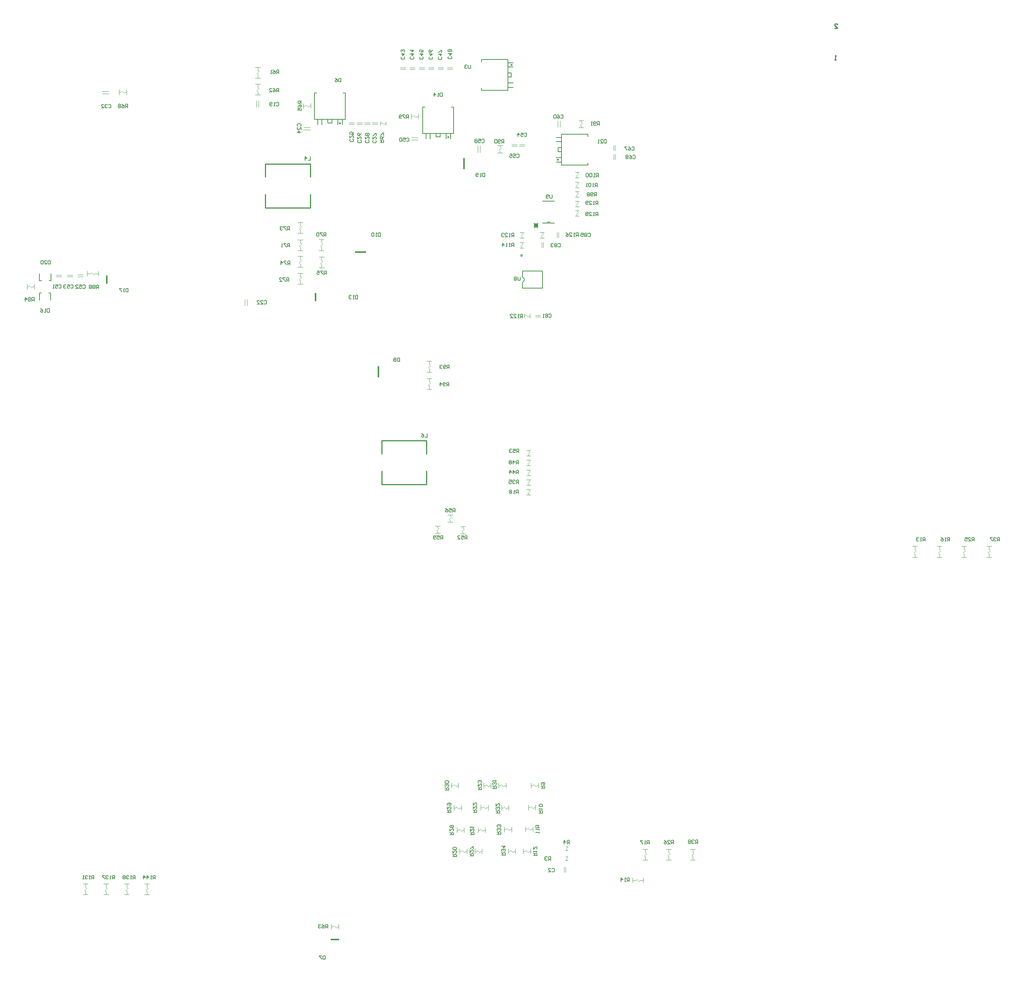
<source format=gbo>
G04*
G04 #@! TF.GenerationSoftware,Altium Limited,Altium Designer,25.3.3 (18)*
G04*
G04 Layer_Color=32896*
%FSLAX44Y44*%
%MOMM*%
G71*
G04*
G04 #@! TF.SameCoordinates,95261EA5-16E4-4C31-8C51-D7BA18121D47*
G04*
G04*
G04 #@! TF.FilePolarity,Positive*
G04*
G01*
G75*
%ADD10C,0.2000*%
%ADD12C,0.2540*%
%ADD13C,0.2500*%
%ADD15C,0.1524*%
%ADD19C,0.1270*%
%ADD21C,0.1000*%
%ADD23C,0.1500*%
%ADD24C,0.1016*%
%ADD26R,2.5000X0.3750*%
%ADD27R,1.9000X0.3750*%
%ADD28R,0.3750X1.9000*%
%ADD194R,0.3750X2.5000*%
D10*
X1418558Y1804779D02*
G03*
X1418558Y1804779I-2000J0D01*
G01*
X1418336Y1743565D02*
G03*
X1418327Y1755830I-1999J6131D01*
G01*
X319262Y1719101D02*
X323762D01*
X340762D02*
X345262D01*
Y1702851D02*
Y1719101D01*
X319262Y1702851D02*
Y1719101D01*
X341240Y1747321D02*
X345740D01*
X319740D02*
X324240D01*
X319740D02*
Y1763571D01*
X345740Y1747321D02*
Y1763571D01*
X1418327Y1755830D02*
X1418336Y1769411D01*
Y1729911D02*
Y1743565D01*
Y1769411D02*
X1464056D01*
Y1729911D02*
Y1769411D01*
X1418336Y1729911D02*
X1464056D01*
D12*
X935658Y2002212D02*
Y2013401D01*
Y1913401D02*
Y1924589D01*
X833659Y2002212D02*
Y2013401D01*
X935658Y2013401D01*
X833659Y1913400D02*
X935658Y1913401D01*
X833659Y1913400D02*
Y1924589D01*
Y1943589D01*
Y1983212D02*
Y2002212D01*
X935658Y1924589D02*
Y1943589D01*
Y1983212D02*
Y2002212D01*
X1098392Y1294289D02*
Y1313289D01*
Y1352912D02*
Y1371912D01*
X1200392Y1294289D02*
Y1313289D01*
Y1352912D02*
Y1371912D01*
Y1383101D01*
X1098392Y1383100D02*
X1200392Y1383101D01*
X1098392Y1283101D02*
X1200392Y1283100D01*
Y1294289D01*
X1098392Y1371912D02*
Y1383100D01*
Y1283101D02*
Y1294289D01*
X2128796Y2322341D02*
X2135460D01*
X2128796Y2329005D01*
Y2330671D01*
X2130462Y2332337D01*
X2133794D01*
X2135460Y2330671D01*
X2132260Y2250341D02*
X2128928D01*
X2130594D01*
Y2260337D01*
X2132260Y2258671D01*
X1445010Y1869243D02*
X1453474Y1877707D01*
X1445010D02*
X1453474Y1869243D01*
X1445010Y1873475D02*
X1453474D01*
X1449242Y1877707D02*
Y1869243D01*
D13*
X1395080Y2238601D02*
G03*
X1395080Y2238601I-1250J0D01*
G01*
X1500480Y2022721D02*
G03*
X1500480Y2022721I-1250J0D01*
G01*
X1250920Y2074141D02*
G03*
X1250920Y2074141I-1250J0D01*
G01*
X1004540Y2105891D02*
G03*
X1004540Y2105891I-1250J0D01*
G01*
D15*
X1481078Y1878299D02*
G03*
X1474982Y1878299I-3048J0D01*
G01*
X1464314Y1928083D02*
X1491746D01*
X1481078Y1878299D02*
X1491746D01*
X1474982D02*
X1481078D01*
X1464314D02*
X1474982D01*
D19*
X1325330Y2250751D02*
X1385330D01*
X1325330Y2180751D02*
X1385330D01*
Y2243751D02*
X1397330D01*
X1385330Y2233750D02*
Y2243751D01*
Y2233750D02*
X1397330D01*
X1393330Y2210750D02*
Y2220750D01*
X1385330Y2210750D02*
X1393330D01*
X1385330D02*
Y2220750D01*
X1393330D01*
X1385330Y2187751D02*
X1397330D01*
X1385330D02*
Y2197751D01*
X1397330D01*
X1385330Y2180751D02*
Y2250751D01*
X1325330Y2180751D02*
Y2185751D01*
Y2245751D02*
Y2250751D01*
X1507730Y2010571D02*
X1567730D01*
X1507730Y2080571D02*
X1567730D01*
X1495730Y2017571D02*
X1507730D01*
Y2027571D01*
X1495730D02*
X1507730D01*
X1499730Y2040571D02*
Y2050571D01*
X1507730D01*
Y2040571D02*
Y2050571D01*
X1499730Y2040571D02*
X1507730D01*
X1495730Y2073571D02*
X1507730D01*
Y2063571D02*
Y2073571D01*
X1495730Y2063571D02*
X1507730D01*
Y2010571D02*
Y2080571D01*
X1567730Y2075571D02*
Y2080571D01*
Y2010571D02*
Y2015571D01*
X1261820Y2082641D02*
Y2142641D01*
X1191820Y2082641D02*
Y2142641D01*
X1254820Y2070641D02*
Y2082641D01*
X1244820D02*
X1254820D01*
X1244820Y2070641D02*
Y2082641D01*
X1221820Y2074641D02*
X1231820D01*
X1221820D02*
Y2082641D01*
X1231820D01*
Y2074641D02*
Y2082641D01*
X1198820Y2070641D02*
Y2082641D01*
X1208820D01*
Y2070641D02*
Y2082641D01*
X1191820D02*
X1261820D01*
X1191820Y2142641D02*
X1196820D01*
X1256820D02*
X1261820D01*
X1015440Y2114391D02*
Y2174391D01*
X945440Y2114391D02*
Y2174391D01*
X1008440Y2102391D02*
Y2114391D01*
X998440D02*
X1008440D01*
X998440Y2102391D02*
Y2114391D01*
X975440Y2106391D02*
X985440D01*
X975440D02*
Y2114391D01*
X985440D01*
Y2106391D02*
Y2114391D01*
X952440Y2102391D02*
Y2114391D01*
X962440D01*
Y2102391D02*
Y2114391D01*
X945440D02*
X1015440D01*
X945440Y2174391D02*
X950440D01*
X1010440D02*
X1015440D01*
D21*
X1322030Y2039341D02*
Y2054341D01*
X1317030Y2039341D02*
Y2054341D01*
X1367791Y2039221D02*
Y2041840D01*
X1365290Y2044341D02*
X1367791Y2041840D01*
X1365290Y2044341D02*
X1370290Y2049341D01*
X1367791Y2051840D02*
X1370290Y2049341D01*
X1367791Y2051840D02*
Y2054461D01*
X1362040Y2038721D02*
X1373540D01*
X1362040Y2054961D02*
X1373540D01*
X1330961Y597770D02*
X1333580D01*
X1336080Y600271D01*
X1341080Y595271D01*
X1343580Y597770D01*
X1346201D01*
X1330461Y592021D02*
Y603521D01*
X1346701Y592021D02*
Y603521D01*
X1669230Y381870D02*
X1676480D01*
X1678980Y384371D01*
X1683980Y379371D01*
X1686480Y381870D01*
X1693980D01*
X1668980Y376121D02*
Y387621D01*
X1693980Y376121D02*
Y387621D01*
X1697990Y445291D02*
Y452541D01*
Y445291D02*
X1700490Y442791D01*
X1695490Y437791D02*
X1700490Y442791D01*
X1695490Y437791D02*
X1697990Y435291D01*
Y427791D02*
Y435291D01*
X1692240Y452791D02*
X1703740D01*
X1692240Y427791D02*
X1703740D01*
X1745580D02*
X1757080D01*
X1745580Y452791D02*
X1757080D01*
X1751330Y427791D02*
Y435291D01*
X1748830Y437791D02*
X1751330Y435291D01*
X1748830Y437791D02*
X1753830Y442791D01*
X1751330Y445291D02*
X1753830Y442791D01*
X1751330Y445291D02*
Y452541D01*
X1629580Y2023060D02*
Y2035060D01*
X1626080Y2023060D02*
Y2035060D01*
X1629580Y2043380D02*
Y2055381D01*
X1626080Y2043380D02*
Y2055381D01*
X1393930Y2053981D02*
X1405930D01*
X1393930Y2057481D02*
X1405930D01*
X1411710Y2053981D02*
X1423710D01*
X1411710Y2057481D02*
X1423710D01*
X1465791Y1822402D02*
Y1834402D01*
X1462290Y1822402D02*
Y1834402D01*
X1463040Y1844911D02*
Y1846261D01*
X1460541Y1848761D02*
X1463040Y1846261D01*
X1460541Y1848761D02*
X1465541Y1853761D01*
X1463040Y1856261D02*
X1465541Y1853761D01*
X1463040Y1856261D02*
Y1857611D01*
X1458722Y1844911D02*
X1467358D01*
X1458722Y1857611D02*
X1467358D01*
X1165980Y2073101D02*
X1180980D01*
X1165980Y2068100D02*
X1180980D01*
X1178481Y2121401D02*
X1181100D01*
X1175980Y2118901D02*
X1178481Y2121401D01*
X1170980Y2123901D02*
X1175980Y2118901D01*
X1168481Y2121401D02*
X1170980Y2123901D01*
X1165860Y2121401D02*
X1168481D01*
X1181600Y2115651D02*
Y2127151D01*
X1165360Y2115651D02*
Y2127151D01*
X813200Y2142201D02*
Y2157201D01*
X818201Y2142201D02*
Y2157201D01*
X816601Y2170451D02*
Y2177700D01*
X814100Y2180201D02*
X816601Y2177700D01*
X814100Y2180201D02*
X819100Y2185201D01*
X816601Y2187700D02*
X819100Y2185201D01*
X816601Y2187700D02*
Y2195201D01*
X810850Y2170201D02*
X822350D01*
X810850Y2195201D02*
X822350D01*
X786710Y1690090D02*
Y1705090D01*
X791711Y1690090D02*
Y1705090D01*
X357220Y1756801D02*
X369220D01*
X357220Y1760301D02*
X369220D01*
X304401Y1733601D02*
X307020D01*
X301900Y1731101D02*
X304401Y1733601D01*
X296900Y1736101D02*
X301900Y1731101D01*
X294401Y1733601D02*
X296900Y1736101D01*
X291780Y1733601D02*
X294401D01*
X307520Y1727851D02*
Y1739351D01*
X291280Y1727851D02*
Y1739351D01*
X382620Y1756801D02*
X394620D01*
X382620Y1760301D02*
X394620D01*
X406750Y1756880D02*
X418750D01*
X406750Y1760381D02*
X418750D01*
X428440Y1763630D02*
X435690D01*
X438190Y1766131D01*
X443190Y1761131D01*
X445690Y1763630D01*
X453190D01*
X428190Y1757881D02*
Y1769381D01*
X453190Y1757881D02*
Y1769381D01*
X1542800Y1937481D02*
Y1938831D01*
X1540301Y1941331D02*
X1542800Y1938831D01*
X1540301Y1941331D02*
X1545301Y1946331D01*
X1542800Y1948831D02*
X1545301Y1946331D01*
X1542800Y1948831D02*
Y1950181D01*
X1538482Y1937481D02*
X1547118D01*
X1538482Y1950181D02*
X1547118D01*
X1542800Y1970420D02*
Y1971771D01*
Y1970420D02*
X1545300Y1967920D01*
X1540300Y1962920D02*
X1545300Y1967920D01*
X1540300Y1962920D02*
X1542800Y1960420D01*
Y1959071D02*
Y1960420D01*
X1538483Y1971771D02*
X1547119D01*
X1538483Y1959071D02*
X1547119D01*
X2423160Y1134902D02*
Y1142151D01*
Y1134902D02*
X2425660Y1132401D01*
X2420660Y1127401D02*
X2425660Y1132401D01*
X2420660Y1127401D02*
X2423160Y1124902D01*
Y1117401D02*
Y1124902D01*
X2417410Y1142401D02*
X2428910D01*
X2417410Y1117401D02*
X2428910D01*
X2480310Y1134902D02*
Y1142151D01*
Y1134902D02*
X2482810Y1132401D01*
X2477810Y1127401D02*
X2482810Y1132401D01*
X2477810Y1127401D02*
X2480310Y1124902D01*
Y1117401D02*
Y1124902D01*
X2474560Y1142401D02*
X2486060D01*
X2474560Y1117401D02*
X2486060D01*
X2367280Y1134902D02*
Y1142151D01*
Y1134902D02*
X2369780Y1132401D01*
X2364780Y1127401D02*
X2369780Y1132401D01*
X2364780Y1127401D02*
X2367280Y1124902D01*
Y1117401D02*
Y1124902D01*
X2361530Y1142401D02*
X2373030D01*
X2361530Y1117401D02*
X2373030D01*
X1800130Y427791D02*
X1811630D01*
X1800130Y452791D02*
X1811630D01*
X1805880Y427791D02*
Y435291D01*
X1803380Y437791D02*
X1805880Y435291D01*
X1803380Y437791D02*
X1808380Y442791D01*
X1805880Y445291D02*
X1808380Y442791D01*
X1805880Y445291D02*
Y452541D01*
X2305650Y1117401D02*
X2317150D01*
X2305650Y1142401D02*
X2317150D01*
X2311400Y1117401D02*
Y1124902D01*
X2308900Y1127401D02*
X2311400Y1124902D01*
X2308900Y1127401D02*
X2313900Y1132401D01*
X2311400Y1134902D02*
X2313900Y1132401D01*
X2311400Y1134902D02*
Y1142151D01*
X1200750Y1524671D02*
X1212250D01*
X1200750Y1499671D02*
X1212250D01*
X1206501Y1517170D02*
Y1524671D01*
Y1517170D02*
X1209000Y1514671D01*
X1204000Y1509671D02*
X1209000Y1514671D01*
X1204000Y1509671D02*
X1206501Y1507170D01*
Y1499921D02*
Y1507170D01*
X1200750Y1564041D02*
X1212250D01*
X1200750Y1539041D02*
X1212250D01*
X1206501Y1556540D02*
Y1564041D01*
Y1556540D02*
X1209000Y1554041D01*
X1204000Y1549041D02*
X1209000Y1554041D01*
X1204000Y1549041D02*
X1206501Y1546540D01*
Y1539291D02*
Y1546540D01*
X810950Y2233451D02*
X822450D01*
X810950Y2208451D02*
X822450D01*
X816701Y2225950D02*
Y2233451D01*
Y2225950D02*
X819200Y2223451D01*
X814200Y2218451D02*
X819200Y2223451D01*
X814200Y2218451D02*
X816701Y2215950D01*
Y2208701D02*
Y2215950D01*
X558130Y374051D02*
X569630D01*
X558130Y349051D02*
X569630D01*
X563881Y366550D02*
Y374051D01*
Y366550D02*
X566380Y364051D01*
X561380Y359051D02*
X566380Y364051D01*
X561380Y359051D02*
X563881Y356550D01*
Y349301D02*
Y356550D01*
X512410Y349051D02*
X523910D01*
X512410Y374051D02*
X523910D01*
X518160Y349051D02*
Y356551D01*
X515660Y359051D02*
X518160Y356551D01*
X515660Y359051D02*
X520660Y364051D01*
X518160Y366551D02*
X520660Y364051D01*
X518160Y366551D02*
Y373801D01*
X465420Y374051D02*
X476920D01*
X465420Y349051D02*
X476920D01*
X471171Y366550D02*
Y374051D01*
Y366550D02*
X473670Y364051D01*
X468670Y359051D02*
X473670Y364051D01*
X468670Y359051D02*
X471171Y356550D01*
Y349301D02*
Y356550D01*
X418430Y349051D02*
X429930D01*
X418430Y374051D02*
X429930D01*
X424180Y349051D02*
Y356551D01*
X421680Y359051D02*
X424180Y356551D01*
X421680Y359051D02*
X426680Y364051D01*
X424180Y366551D02*
X426680Y364051D01*
X424180Y366551D02*
Y373801D01*
X955840Y1801421D02*
X967340D01*
X955840Y1776421D02*
X967340D01*
X961591Y1793920D02*
Y1801421D01*
Y1793920D02*
X964090Y1791420D01*
X959090Y1786421D02*
X964090Y1791420D01*
X959090Y1786421D02*
X961591Y1783920D01*
Y1776671D02*
Y1783920D01*
X907450Y1764401D02*
X918950D01*
X907450Y1739401D02*
X918950D01*
X913201Y1756900D02*
Y1764401D01*
Y1756900D02*
X915700Y1754401D01*
X910700Y1749401D02*
X915700Y1754401D01*
X910700Y1749401D02*
X913201Y1746900D01*
Y1739651D02*
Y1746900D01*
X907450Y1778101D02*
X918950D01*
X907450Y1803101D02*
X918950D01*
X913200Y1778101D02*
Y1785602D01*
X910700Y1788101D02*
X913200Y1785602D01*
X910700Y1788101D02*
X915700Y1793101D01*
X913200Y1795602D02*
X915700Y1793101D01*
X913200Y1795602D02*
Y1802851D01*
X907450Y1840601D02*
X918950D01*
X907450Y1815601D02*
X918950D01*
X913201Y1833100D02*
Y1840601D01*
Y1833100D02*
X915700Y1830601D01*
X910700Y1825601D02*
X915700Y1830601D01*
X910700Y1825601D02*
X913201Y1823100D01*
Y1815851D02*
Y1823100D01*
X955310Y1815791D02*
X966810D01*
X955310Y1840791D02*
X966810D01*
X961060Y1815791D02*
Y1823291D01*
X958560Y1825791D02*
X961060Y1823291D01*
X958560Y1825791D02*
X963560Y1830791D01*
X961060Y1833291D02*
X963560Y1830791D01*
X961060Y1833291D02*
Y1840540D01*
X907450Y1855201D02*
X918950D01*
X907450Y1880201D02*
X918950D01*
X913200Y1855201D02*
Y1862701D01*
X910700Y1865201D02*
X913200Y1862701D01*
X910700Y1865201D02*
X915700Y1870201D01*
X913200Y1872701D02*
X915700Y1870201D01*
X913200Y1872701D02*
Y1879951D01*
X1454651Y592021D02*
Y603521D01*
X1438411Y592021D02*
Y603521D01*
X1451530Y597770D02*
X1454151D01*
X1449030Y595271D02*
X1451530Y597770D01*
X1444030Y600271D02*
X1449030Y595271D01*
X1441530Y597770D02*
X1444030Y600271D01*
X1438911Y597770D02*
X1441530D01*
X1448300Y541751D02*
Y553251D01*
X1432060Y541751D02*
Y553251D01*
X1445179Y547500D02*
X1447800D01*
X1442680Y545001D02*
X1445179Y547500D01*
X1437680Y550001D02*
X1442680Y545001D01*
X1435179Y547500D02*
X1437680Y550001D01*
X1432560Y547500D02*
X1435179D01*
X1441950Y492221D02*
Y503721D01*
X1425710Y492221D02*
Y503721D01*
X1438829Y497970D02*
X1441450D01*
X1436330Y495471D02*
X1438829Y497970D01*
X1431330Y500471D02*
X1436330Y495471D01*
X1428829Y497970D02*
X1431330Y500471D01*
X1426210Y497970D02*
X1428829D01*
X1436871Y442161D02*
Y453661D01*
X1420631Y442161D02*
Y453661D01*
X1433750Y447910D02*
X1436371D01*
X1431250Y445411D02*
X1433750Y447910D01*
X1426250Y450411D02*
X1431250Y445411D01*
X1423750Y447910D02*
X1426250Y450411D01*
X1421131Y447910D02*
X1423750D01*
X1380991Y592021D02*
Y603521D01*
X1364751Y592021D02*
Y603521D01*
X1377870Y597770D02*
X1380491D01*
X1375370Y595271D02*
X1377870Y597770D01*
X1370370Y600271D02*
X1375370Y595271D01*
X1367870Y597770D02*
X1370370Y600271D01*
X1365251Y597770D02*
X1367870D01*
X1387341Y541221D02*
Y552721D01*
X1371101Y541221D02*
Y552721D01*
X1384220Y546970D02*
X1386841D01*
X1381720Y544471D02*
X1384220Y546970D01*
X1376720Y549471D02*
X1381720Y544471D01*
X1374220Y546970D02*
X1376720Y549471D01*
X1371601Y546970D02*
X1374220D01*
X1393691Y491691D02*
Y503191D01*
X1377451Y491691D02*
Y503191D01*
X1390570Y497440D02*
X1393191D01*
X1388070Y494941D02*
X1390570Y497440D01*
X1383070Y499941D02*
X1388070Y494941D01*
X1380570Y497440D02*
X1383070Y499941D01*
X1377951Y497440D02*
X1380570D01*
X1402581Y442161D02*
Y453661D01*
X1386341Y442161D02*
Y453661D01*
X1399460Y447910D02*
X1402081D01*
X1396960Y445411D02*
X1399460Y447910D01*
X1391960Y450411D02*
X1396960Y445411D01*
X1389460Y447910D02*
X1391960Y450411D01*
X1386841Y447910D02*
X1389460D01*
X1273041Y592021D02*
Y603521D01*
X1256801Y592021D02*
Y603521D01*
X1269920Y597770D02*
X1272541D01*
X1267420Y595271D02*
X1269920Y597770D01*
X1262420Y600271D02*
X1267420Y595271D01*
X1259920Y597770D02*
X1262420Y600271D01*
X1257301Y597770D02*
X1259920D01*
X1279391Y541221D02*
Y552721D01*
X1263151Y541221D02*
Y552721D01*
X1276270Y546970D02*
X1278891D01*
X1273770Y544471D02*
X1276270Y546970D01*
X1268770Y549471D02*
X1273770Y544471D01*
X1266270Y546970D02*
X1268770Y549471D01*
X1263651Y546970D02*
X1266270D01*
X1285741Y490421D02*
Y501921D01*
X1269501Y490421D02*
Y501921D01*
X1282620Y496170D02*
X1285241D01*
X1280120Y493671D02*
X1282620Y496170D01*
X1275120Y498671D02*
X1280120Y493671D01*
X1272620Y496170D02*
X1275120Y498671D01*
X1270001Y496170D02*
X1272620D01*
X1292091Y442161D02*
Y453661D01*
X1275851Y442161D02*
Y453661D01*
X1288970Y447910D02*
X1291591D01*
X1286470Y445411D02*
X1288970Y447910D01*
X1281470Y450411D02*
X1286470Y445411D01*
X1278970Y447910D02*
X1281470Y450411D01*
X1276351Y447910D02*
X1278970D01*
X1340350Y541751D02*
Y553251D01*
X1324110Y541751D02*
Y553251D01*
X1337229Y547500D02*
X1339850D01*
X1334730Y545001D02*
X1337229Y547500D01*
X1329730Y550001D02*
X1334730Y545001D01*
X1327229Y547500D02*
X1329730Y550001D01*
X1324610Y547500D02*
X1327229D01*
X1334001Y490421D02*
Y501921D01*
X1317761Y490421D02*
Y501921D01*
X1330880Y496170D02*
X1333501D01*
X1328380Y493671D02*
X1330880Y496170D01*
X1323380Y498671D02*
X1328380Y493671D01*
X1320880Y496170D02*
X1323380Y498671D01*
X1318261Y496170D02*
X1320880D01*
X1326381Y442161D02*
Y453661D01*
X1310141Y442161D02*
Y453661D01*
X1323260Y447910D02*
X1325881D01*
X1320760Y445411D02*
X1323260Y447910D01*
X1315760Y450411D02*
X1320760Y445411D01*
X1313260Y447910D02*
X1315760Y450411D01*
X1310641Y447910D02*
X1313260D01*
X1219880Y1172270D02*
X1231380D01*
X1219880Y1188510D02*
X1231380D01*
X1225630Y1172770D02*
Y1175391D01*
X1223130Y1177891D02*
X1225630Y1175391D01*
X1223130Y1177891D02*
X1228130Y1182891D01*
X1225630Y1185391D02*
X1228130Y1182891D01*
X1225630Y1185391D02*
Y1188010D01*
X1248550Y1197880D02*
X1260050D01*
X1248550Y1214120D02*
X1260050D01*
X1254300Y1198380D02*
Y1201001D01*
X1251800Y1203501D02*
X1254300Y1201001D01*
X1251800Y1203501D02*
X1256800Y1208501D01*
X1254300Y1211001D02*
X1256800Y1208501D01*
X1254300Y1211001D02*
Y1213620D01*
X1277550Y1170980D02*
X1289050D01*
X1277550Y1187220D02*
X1289050D01*
X1283300Y1171480D02*
Y1174101D01*
X1280800Y1176601D02*
X1283300Y1174101D01*
X1280800Y1176601D02*
X1285800Y1181601D01*
X1283300Y1184101D02*
X1285800Y1181601D01*
X1283300Y1184101D02*
Y1186720D01*
X1546190Y2112111D02*
X1557690D01*
X1546190Y2095871D02*
X1557690D01*
X1551941Y2108990D02*
Y2111611D01*
Y2108990D02*
X1554440Y2106491D01*
X1549440Y2101491D02*
X1554440Y2106491D01*
X1549440Y2101491D02*
X1551941Y2098990D01*
Y2096371D02*
Y2098990D01*
X936490Y2139621D02*
Y2151121D01*
X920250Y2139621D02*
Y2151121D01*
X933369Y2145370D02*
X935990D01*
X930870Y2142871D02*
X933369Y2145370D01*
X925870Y2147871D02*
X930870Y2142871D01*
X923369Y2145370D02*
X925870Y2147871D01*
X920750Y2145370D02*
X923369D01*
X501150Y2170869D02*
Y2182369D01*
X517390Y2170869D02*
Y2182369D01*
X501650Y2176620D02*
X504271D01*
X506770Y2179119D01*
X511770Y2174119D01*
X514271Y2176620D01*
X516890D01*
X999990Y270181D02*
Y281681D01*
X983750Y270181D02*
Y281681D01*
X996869Y275930D02*
X999490D01*
X994370Y273431D02*
X996869Y275930D01*
X989370Y278431D02*
X994370Y273431D01*
X986869Y275930D02*
X989370Y278431D01*
X984250Y275930D02*
X986869D01*
X1538482Y1907001D02*
X1547118D01*
X1538482Y1894301D02*
X1547118D01*
X1542800Y1905651D02*
Y1907001D01*
Y1905651D02*
X1545301Y1903151D01*
X1540301Y1898151D02*
X1545301Y1903151D01*
X1540301Y1898151D02*
X1542800Y1895651D01*
Y1894301D02*
Y1895651D01*
X1538482Y1928591D02*
X1547118D01*
X1538482Y1915891D02*
X1547118D01*
X1542800Y1927241D02*
Y1928591D01*
Y1927241D02*
X1545301Y1924741D01*
X1540301Y1919741D02*
X1545301Y1924741D01*
X1540301Y1919741D02*
X1542800Y1917241D01*
Y1915891D02*
Y1917241D01*
X1413002Y1857611D02*
X1421638D01*
X1413002Y1844911D02*
X1421638D01*
X1417320Y1856261D02*
Y1857611D01*
Y1856261D02*
X1419821Y1853761D01*
X1414821Y1848761D02*
X1419821Y1853761D01*
X1414821Y1848761D02*
X1417320Y1846261D01*
Y1844911D02*
Y1846261D01*
X1412392Y1834751D02*
X1421028D01*
X1412392Y1822051D02*
X1421028D01*
X1416710Y1833401D02*
Y1834751D01*
Y1833401D02*
X1419211Y1830901D01*
X1414211Y1825901D02*
X1419211Y1830901D01*
X1414211Y1825901D02*
X1416710Y1823401D01*
Y1822051D02*
Y1823401D01*
X1422400Y1662792D02*
Y1671428D01*
X1435100Y1662792D02*
Y1671428D01*
X1422400Y1667111D02*
X1423750D01*
X1426250Y1669611D01*
X1431250Y1664611D01*
X1433750Y1667111D01*
X1435100D01*
X1107440Y2100943D02*
Y2109579D01*
X1094740Y2100943D02*
Y2109579D01*
X1106091Y2105261D02*
X1107440D01*
X1103591Y2102760D02*
X1106091Y2105261D01*
X1098591Y2107760D02*
X1103591Y2102760D01*
X1096091Y2105261D02*
X1098591Y2107760D01*
X1094740Y2105261D02*
X1096091D01*
X1428243Y1303891D02*
X1436879D01*
X1428243Y1316591D02*
X1436879D01*
X1432560Y1303891D02*
Y1305240D01*
X1430060Y1307740D02*
X1432560Y1305240D01*
X1430060Y1307740D02*
X1435060Y1312740D01*
X1432560Y1315240D02*
X1435060Y1312740D01*
X1432560Y1315240D02*
Y1316591D01*
X1428243Y1259441D02*
X1436879D01*
X1428243Y1272141D02*
X1436879D01*
X1432560Y1259441D02*
Y1260790D01*
X1430060Y1263290D02*
X1432560Y1260790D01*
X1430060Y1263290D02*
X1435060Y1268290D01*
X1432560Y1270790D02*
X1435060Y1268290D01*
X1432560Y1270790D02*
Y1272141D01*
X1428243Y1326116D02*
X1436879D01*
X1428243Y1338816D02*
X1436879D01*
X1432560Y1326116D02*
Y1327465D01*
X1430060Y1329965D02*
X1432560Y1327465D01*
X1430060Y1329965D02*
X1435060Y1334965D01*
X1432560Y1337465D02*
X1435060Y1334965D01*
X1432560Y1337465D02*
Y1338816D01*
X1428243Y1281666D02*
X1436879D01*
X1428243Y1294366D02*
X1436879D01*
X1432560Y1281666D02*
Y1283015D01*
X1430060Y1285515D02*
X1432560Y1283015D01*
X1430060Y1285515D02*
X1435060Y1290515D01*
X1432560Y1293015D02*
X1435060Y1290515D01*
X1432560Y1293015D02*
Y1294366D01*
X1428243Y1348341D02*
X1436879D01*
X1428243Y1361041D02*
X1436879D01*
X1432560Y1348341D02*
Y1349690D01*
X1430060Y1352190D02*
X1432560Y1349690D01*
X1430060Y1352190D02*
X1435060Y1357190D01*
X1432560Y1359690D02*
X1435060Y1357190D01*
X1432560Y1359690D02*
Y1361041D01*
X1538482Y1994631D02*
X1547118D01*
X1538482Y1981931D02*
X1547118D01*
X1542800Y1993281D02*
Y1994631D01*
Y1993281D02*
X1545301Y1990781D01*
X1540301Y1985781D02*
X1545301Y1990781D01*
X1540301Y1985781D02*
X1542800Y1983281D01*
Y1981931D02*
Y1983281D01*
X1498640Y2096490D02*
Y2111490D01*
X1503640Y2096490D02*
Y2111490D01*
X920870Y2096331D02*
X935870D01*
X920870Y2091331D02*
X935870D01*
X462400Y2173119D02*
X477400D01*
X462400Y2178119D02*
X477400D01*
X1513360Y400001D02*
Y412001D01*
X1516861Y400001D02*
Y412001D01*
X1496850Y1845262D02*
Y1857262D01*
X1500350Y1845262D02*
Y1857262D01*
X1448152Y1668861D02*
X1460152D01*
X1448152Y1665361D02*
X1460152D01*
X1162147Y2232741D02*
X1174147D01*
X1162147Y2229241D02*
X1174147D01*
X1183483Y2232741D02*
X1195483D01*
X1183483Y2229241D02*
X1195483D01*
X1204819Y2232741D02*
X1216819D01*
X1204819Y2229241D02*
X1216819D01*
X1140810Y2232741D02*
X1152810D01*
X1140810Y2229241D02*
X1152810D01*
X1226156Y2232741D02*
X1238156D01*
X1226156Y2229241D02*
X1238156D01*
X1059530Y2107011D02*
X1071530D01*
X1059530Y2103510D02*
X1071530D01*
X1023970Y2107011D02*
X1035970D01*
X1023970Y2103510D02*
X1035970D01*
X1041750Y2107011D02*
X1053750D01*
X1041750Y2103510D02*
X1053750D01*
X1077310Y2107011D02*
X1089310D01*
X1077310Y2103510D02*
X1089310D01*
X1247492Y2232681D02*
X1259492D01*
X1247492Y2229180D02*
X1259492D01*
X1518920Y457761D02*
X1520688Y456028D01*
X1517153Y452493D02*
X1518920Y450761D01*
X1517153Y452493D02*
X1520688Y456028D01*
X1518920Y457761D02*
Y458760D01*
Y449761D02*
Y450761D01*
Y434950D02*
X1520688Y433218D01*
X1517153Y429682D02*
X1518920Y427950D01*
X1517153Y429682D02*
X1520688Y433218D01*
X1518920Y434950D02*
Y435950D01*
Y426950D02*
Y427950D01*
D23*
X342197Y1683499D02*
Y1675502D01*
X338199D01*
X336866Y1676835D01*
Y1682166D01*
X338199Y1683499D01*
X342197D01*
X334200Y1675502D02*
X331534D01*
X332867D01*
Y1683499D01*
X334200Y1682166D01*
X322204Y1683499D02*
X324869Y1682166D01*
X327535Y1679501D01*
Y1676835D01*
X326202Y1675502D01*
X323536D01*
X322204Y1676835D01*
Y1678168D01*
X323536Y1679501D01*
X327535D01*
X1300565Y2238499D02*
Y2231835D01*
X1299232Y2230502D01*
X1296566D01*
X1295233Y2231835D01*
Y2238499D01*
X1292567Y2237166D02*
X1291235Y2238499D01*
X1288569D01*
X1287236Y2237166D01*
Y2235833D01*
X1288569Y2234501D01*
X1289902D01*
X1288569D01*
X1287236Y2233168D01*
Y2231835D01*
X1288569Y2230502D01*
X1291235D01*
X1292567Y2231835D01*
X1609231Y2068499D02*
Y2060502D01*
X1605232D01*
X1603899Y2061835D01*
Y2067166D01*
X1605232Y2068499D01*
X1609231D01*
X1595902Y2060502D02*
X1601233D01*
X1595902Y2065833D01*
Y2067166D01*
X1597235Y2068499D01*
X1599900D01*
X1601233Y2067166D01*
X1593236Y2060502D02*
X1590570D01*
X1591903D01*
Y2068499D01*
X1593236Y2067166D01*
X1485865Y1942999D02*
Y1936335D01*
X1484532Y1935002D01*
X1481866D01*
X1480533Y1936335D01*
Y1942999D01*
X1477867Y1936335D02*
X1476535Y1935002D01*
X1473869D01*
X1472536Y1936335D01*
Y1941666D01*
X1473869Y1942999D01*
X1476535D01*
X1477867Y1941666D01*
Y1940334D01*
X1476535Y1939001D01*
X1472536D01*
X1413365Y1755799D02*
Y1749135D01*
X1412032Y1747802D01*
X1409366D01*
X1408033Y1749135D01*
Y1755799D01*
X1405367Y1754466D02*
X1404035Y1755799D01*
X1401369D01*
X1400036Y1754466D01*
Y1753134D01*
X1401369Y1751801D01*
X1400036Y1750468D01*
Y1749135D01*
X1401369Y1747802D01*
X1404035D01*
X1405367Y1749135D01*
Y1750468D01*
X1404035Y1751801D01*
X1405367Y1753134D01*
Y1754466D01*
X1404035Y1751801D02*
X1401369D01*
X1237364Y1158612D02*
Y1166609D01*
X1233365D01*
X1232032Y1165276D01*
Y1162610D01*
X1233365Y1161277D01*
X1237364D01*
X1234698D02*
X1232032Y1158612D01*
X1224035Y1166609D02*
X1229366D01*
Y1162610D01*
X1226700Y1163943D01*
X1225368D01*
X1224035Y1162610D01*
Y1159944D01*
X1225368Y1158612D01*
X1228033D01*
X1229366Y1159944D01*
X1221369D02*
X1220036Y1158612D01*
X1217370D01*
X1216037Y1159944D01*
Y1165276D01*
X1217370Y1166609D01*
X1220036D01*
X1221369Y1165276D01*
Y1163943D01*
X1220036Y1162610D01*
X1216037D01*
X1264864Y1220602D02*
Y1228599D01*
X1260865D01*
X1259532Y1227266D01*
Y1224601D01*
X1260865Y1223268D01*
X1264864D01*
X1262198D02*
X1259532Y1220602D01*
X1251535Y1228599D02*
X1256866D01*
Y1224601D01*
X1254200Y1225934D01*
X1252868D01*
X1251535Y1224601D01*
Y1221935D01*
X1252868Y1220602D01*
X1255533D01*
X1256866Y1221935D01*
X1243537Y1228599D02*
X1246203Y1227266D01*
X1248869Y1224601D01*
Y1221935D01*
X1247536Y1220602D01*
X1244870D01*
X1243537Y1221935D01*
Y1223268D01*
X1244870Y1224601D01*
X1248869D01*
X1292694Y1158592D02*
Y1166589D01*
X1288695D01*
X1287362Y1165256D01*
Y1162591D01*
X1288695Y1161258D01*
X1292694D01*
X1290028D02*
X1287362Y1158592D01*
X1279365Y1166589D02*
X1284696D01*
Y1162591D01*
X1282030Y1163923D01*
X1280697D01*
X1279365Y1162591D01*
Y1159925D01*
X1280697Y1158592D01*
X1283363D01*
X1284696Y1159925D01*
X1271367Y1158592D02*
X1276699D01*
X1271367Y1163923D01*
Y1165256D01*
X1272700Y1166589D01*
X1275366D01*
X1276699Y1165256D01*
X1251264Y1507602D02*
Y1515599D01*
X1247265D01*
X1245932Y1514266D01*
Y1511601D01*
X1247265Y1510268D01*
X1251264D01*
X1248598D02*
X1245932Y1507602D01*
X1243266Y1508935D02*
X1241933Y1507602D01*
X1239268D01*
X1237935Y1508935D01*
Y1514266D01*
X1239268Y1515599D01*
X1241933D01*
X1243266Y1514266D01*
Y1512934D01*
X1241933Y1511601D01*
X1237935D01*
X1231270Y1507602D02*
Y1515599D01*
X1235269Y1511601D01*
X1229937D01*
X1482865Y427402D02*
Y435399D01*
X1478866D01*
X1477533Y434066D01*
Y431401D01*
X1478866Y430068D01*
X1482865D01*
X1480199D02*
X1477533Y427402D01*
X1474868Y434066D02*
X1473535Y435399D01*
X1470869D01*
X1469536Y434066D01*
Y432733D01*
X1470869Y431401D01*
X1472202D01*
X1470869D01*
X1469536Y430068D01*
Y428735D01*
X1470869Y427402D01*
X1473535D01*
X1474868Y428735D01*
X1525065Y464802D02*
Y472799D01*
X1521066D01*
X1519733Y471466D01*
Y468801D01*
X1521066Y467468D01*
X1525065D01*
X1522399D02*
X1519733Y464802D01*
X1513069D02*
Y472799D01*
X1517068Y468801D01*
X1511736D01*
X1545596Y1848002D02*
Y1855999D01*
X1541597D01*
X1540264Y1854666D01*
Y1852001D01*
X1541597Y1850668D01*
X1545596D01*
X1542930D02*
X1540264Y1848002D01*
X1537599D02*
X1534933D01*
X1536266D01*
Y1855999D01*
X1537599Y1854666D01*
X1525602Y1848002D02*
X1530934D01*
X1525602Y1853333D01*
Y1854666D01*
X1526935Y1855999D01*
X1529601D01*
X1530934Y1854666D01*
X1517605Y1855999D02*
X1520271Y1854666D01*
X1522937Y1852001D01*
Y1849335D01*
X1521604Y1848002D01*
X1518938D01*
X1517605Y1849335D01*
Y1850668D01*
X1518938Y1852001D01*
X1522937D01*
X1590426Y1895382D02*
Y1903379D01*
X1586427D01*
X1585094Y1902046D01*
Y1899381D01*
X1586427Y1898048D01*
X1590426D01*
X1587760D02*
X1585094Y1895382D01*
X1582428D02*
X1579763D01*
X1581095D01*
Y1903379D01*
X1582428Y1902046D01*
X1570432Y1895382D02*
X1575764D01*
X1570432Y1900714D01*
Y1902046D01*
X1571765Y1903379D01*
X1574431D01*
X1575764Y1902046D01*
X1567767D02*
X1566434Y1903379D01*
X1563768D01*
X1562435Y1902046D01*
Y1900714D01*
X1563768Y1899381D01*
X1562435Y1898048D01*
Y1896715D01*
X1563768Y1895382D01*
X1566434D01*
X1567767Y1896715D01*
Y1898048D01*
X1566434Y1899381D01*
X1567767Y1900714D01*
Y1902046D01*
X1566434Y1899381D02*
X1563768D01*
X1590426Y1920782D02*
Y1928779D01*
X1586427D01*
X1585094Y1927446D01*
Y1924781D01*
X1586427Y1923448D01*
X1590426D01*
X1587760D02*
X1585094Y1920782D01*
X1582428D02*
X1579763D01*
X1581095D01*
Y1928779D01*
X1582428Y1927446D01*
X1570432Y1920782D02*
X1575764D01*
X1570432Y1926113D01*
Y1927446D01*
X1571765Y1928779D01*
X1574431D01*
X1575764Y1927446D01*
X1567767Y1922115D02*
X1566434Y1920782D01*
X1563768D01*
X1562435Y1922115D01*
Y1927446D01*
X1563768Y1928779D01*
X1566434D01*
X1567767Y1927446D01*
Y1926113D01*
X1566434Y1924781D01*
X1562435D01*
X1398996Y1847202D02*
Y1855199D01*
X1394997D01*
X1393664Y1853866D01*
Y1851201D01*
X1394997Y1849868D01*
X1398996D01*
X1396330D02*
X1393664Y1847202D01*
X1390999D02*
X1388333D01*
X1389666D01*
Y1855199D01*
X1390999Y1853866D01*
X1379002Y1847202D02*
X1384334D01*
X1379002Y1852534D01*
Y1853866D01*
X1380335Y1855199D01*
X1383001D01*
X1384334Y1853866D01*
X1376337D02*
X1375004Y1855199D01*
X1372338D01*
X1371005Y1853866D01*
Y1852534D01*
X1372338Y1851201D01*
X1373671D01*
X1372338D01*
X1371005Y1849868D01*
Y1848535D01*
X1372338Y1847202D01*
X1375004D01*
X1376337Y1848535D01*
X1589093Y1961422D02*
Y1969419D01*
X1585094D01*
X1583761Y1968086D01*
Y1965421D01*
X1585094Y1964088D01*
X1589093D01*
X1586427D02*
X1583761Y1961422D01*
X1581096D02*
X1578430D01*
X1579763D01*
Y1969419D01*
X1581096Y1968086D01*
X1574431D02*
X1573098Y1969419D01*
X1570432D01*
X1569099Y1968086D01*
Y1962755D01*
X1570432Y1961422D01*
X1573098D01*
X1574431Y1962755D01*
Y1968086D01*
X1566434Y1961422D02*
X1563768D01*
X1565101D01*
Y1969419D01*
X1566434Y1968086D01*
X1587094Y1939832D02*
Y1947829D01*
X1583095D01*
X1581762Y1946496D01*
Y1943831D01*
X1583095Y1942498D01*
X1587094D01*
X1584428D02*
X1581762Y1939832D01*
X1579096Y1941165D02*
X1577763Y1939832D01*
X1575098D01*
X1573765Y1941165D01*
Y1946496D01*
X1575098Y1947829D01*
X1577763D01*
X1579096Y1946496D01*
Y1945164D01*
X1577763Y1943831D01*
X1573765D01*
X1571099Y1946496D02*
X1569766Y1947829D01*
X1567100D01*
X1565767Y1946496D01*
Y1945164D01*
X1567100Y1943831D01*
X1565767Y1942498D01*
Y1941165D01*
X1567100Y1939832D01*
X1569766D01*
X1571099Y1941165D01*
Y1942498D01*
X1569766Y1943831D01*
X1571099Y1945164D01*
Y1946496D01*
X1569766Y1943831D02*
X1567100D01*
X1398629Y1824702D02*
Y1832699D01*
X1394631D01*
X1393298Y1831366D01*
Y1828701D01*
X1394631Y1827368D01*
X1398629D01*
X1395964D02*
X1393298Y1824702D01*
X1390632D02*
X1387966D01*
X1389299D01*
Y1832699D01*
X1390632Y1831366D01*
X1383967Y1824702D02*
X1381302D01*
X1382635D01*
Y1832699D01*
X1383967Y1831366D01*
X1373304Y1824702D02*
Y1832699D01*
X1377303Y1828701D01*
X1371971D01*
X1418896Y1662702D02*
Y1670699D01*
X1414897D01*
X1413564Y1669366D01*
Y1666701D01*
X1414897Y1665368D01*
X1418896D01*
X1416230D02*
X1413564Y1662702D01*
X1410898D02*
X1408233D01*
X1409566D01*
Y1670699D01*
X1410898Y1669366D01*
X1398902Y1662702D02*
X1404234D01*
X1398902Y1668033D01*
Y1669366D01*
X1400235Y1670699D01*
X1402901D01*
X1404234Y1669366D01*
X1390905Y1662702D02*
X1396237D01*
X1390905Y1668033D01*
Y1669366D01*
X1392238Y1670699D01*
X1394904D01*
X1396237Y1669366D01*
X1593531Y2101202D02*
Y2109199D01*
X1589532D01*
X1588199Y2107866D01*
Y2105201D01*
X1589532Y2103868D01*
X1593531D01*
X1590865D02*
X1588199Y2101202D01*
X1585533Y2102535D02*
X1584200Y2101202D01*
X1581535D01*
X1580202Y2102535D01*
Y2107866D01*
X1581535Y2109199D01*
X1584200D01*
X1585533Y2107866D01*
Y2106534D01*
X1584200Y2105201D01*
X1580202D01*
X1577536Y2101202D02*
X1574870D01*
X1576203D01*
Y2109199D01*
X1577536Y2107866D01*
X1376564Y2060702D02*
Y2068699D01*
X1372565D01*
X1371232Y2067366D01*
Y2064701D01*
X1372565Y2063368D01*
X1376564D01*
X1373898D02*
X1371232Y2060702D01*
X1368566Y2062035D02*
X1367233Y2060702D01*
X1364568D01*
X1363235Y2062035D01*
Y2067366D01*
X1364568Y2068699D01*
X1367233D01*
X1368566Y2067366D01*
Y2066033D01*
X1367233Y2064701D01*
X1363235D01*
X1360569Y2067366D02*
X1359236Y2068699D01*
X1356570D01*
X1355237Y2067366D01*
Y2062035D01*
X1356570Y2060702D01*
X1359236D01*
X1360569Y2062035D01*
Y2067366D01*
X1159264Y2116802D02*
Y2124799D01*
X1155265D01*
X1153932Y2123466D01*
Y2120801D01*
X1155265Y2119468D01*
X1159264D01*
X1156598D02*
X1153932Y2116802D01*
X1151266Y2124799D02*
X1145935D01*
Y2123466D01*
X1151266Y2118135D01*
Y2116802D01*
X1143269Y2118135D02*
X1141936Y2116802D01*
X1139270D01*
X1137937Y2118135D01*
Y2123466D01*
X1139270Y2124799D01*
X1141936D01*
X1143269Y2123466D01*
Y2122133D01*
X1141936Y2120801D01*
X1137937D01*
X1251964Y1547002D02*
Y1554999D01*
X1247965D01*
X1246632Y1553666D01*
Y1551001D01*
X1247965Y1549668D01*
X1251964D01*
X1249298D02*
X1246632Y1547002D01*
X1243966Y1548335D02*
X1242633Y1547002D01*
X1239967D01*
X1238635Y1548335D01*
Y1553666D01*
X1239967Y1554999D01*
X1242633D01*
X1243966Y1553666D01*
Y1552334D01*
X1242633Y1551001D01*
X1238635D01*
X1235969Y1553666D02*
X1234636Y1554999D01*
X1231970D01*
X1230637Y1553666D01*
Y1552334D01*
X1231970Y1551001D01*
X1233303D01*
X1231970D01*
X1230637Y1549668D01*
Y1548335D01*
X1231970Y1547002D01*
X1234636D01*
X1235969Y1548335D01*
X972564Y1761202D02*
Y1769199D01*
X968565D01*
X967232Y1767866D01*
Y1765201D01*
X968565Y1763868D01*
X972564D01*
X969898D02*
X967232Y1761202D01*
X964566Y1769199D02*
X959235D01*
Y1767866D01*
X964566Y1762535D01*
Y1761202D01*
X951237Y1769199D02*
X956569D01*
Y1765201D01*
X953903Y1766534D01*
X952570D01*
X951237Y1765201D01*
Y1762535D01*
X952570Y1761202D01*
X955236D01*
X956569Y1762535D01*
X886864Y1745902D02*
Y1753899D01*
X882865D01*
X881532Y1752566D01*
Y1749901D01*
X882865Y1748568D01*
X886864D01*
X884198D02*
X881532Y1745902D01*
X878866Y1753899D02*
X873535D01*
Y1752566D01*
X878866Y1747235D01*
Y1745902D01*
X865537D02*
X870869D01*
X865537Y1751234D01*
Y1752566D01*
X866870Y1753899D01*
X869536D01*
X870869Y1752566D01*
X1095002Y2062437D02*
X1102999D01*
Y2066436D01*
X1101666Y2067769D01*
X1099000D01*
X1097667Y2066436D01*
Y2062437D01*
Y2065103D02*
X1095002Y2067769D01*
X1102999Y2075766D02*
X1101666Y2073100D01*
X1099000Y2070435D01*
X1096335D01*
X1095002Y2071768D01*
Y2074433D01*
X1096335Y2075766D01*
X1097667D01*
X1099000Y2074433D01*
Y2070435D01*
X1102999Y2078432D02*
Y2083764D01*
X1101666D01*
X1096335Y2078432D01*
X1095002D01*
X889264Y1783802D02*
Y1791799D01*
X885265D01*
X883932Y1790466D01*
Y1787801D01*
X885265Y1786468D01*
X889264D01*
X886598D02*
X883932Y1783802D01*
X881266Y1791799D02*
X875935D01*
Y1790466D01*
X881266Y1785135D01*
Y1783802D01*
X869270D02*
Y1791799D01*
X873269Y1787801D01*
X867937D01*
X888831Y1824002D02*
Y1831999D01*
X884832D01*
X883499Y1830666D01*
Y1828001D01*
X884832Y1826668D01*
X888831D01*
X886165D02*
X883499Y1824002D01*
X880833Y1831999D02*
X875502D01*
Y1830666D01*
X880833Y1825335D01*
Y1824002D01*
X872836D02*
X870170D01*
X871503D01*
Y1831999D01*
X872836Y1830666D01*
X971464Y1848502D02*
Y1856499D01*
X967465D01*
X966132Y1855166D01*
Y1852501D01*
X967465Y1851168D01*
X971464D01*
X968798D02*
X966132Y1848502D01*
X963466Y1856499D02*
X958135D01*
Y1855166D01*
X963466Y1849835D01*
Y1848502D01*
X955469Y1855166D02*
X954136Y1856499D01*
X951470D01*
X950137Y1855166D01*
Y1849835D01*
X951470Y1848502D01*
X954136D01*
X955469Y1849835D01*
Y1855166D01*
X888664Y1862602D02*
Y1870599D01*
X884665D01*
X883332Y1869266D01*
Y1866601D01*
X884665Y1865268D01*
X888664D01*
X885998D02*
X883332Y1862602D01*
X880666Y1870599D02*
X875335D01*
Y1869266D01*
X880666Y1863935D01*
Y1862602D01*
X872669Y1869266D02*
X871336Y1870599D01*
X868670D01*
X867337Y1869266D01*
Y1867934D01*
X868670Y1866601D01*
X870003D01*
X868670D01*
X867337Y1865268D01*
Y1863935D01*
X868670Y1862602D01*
X871336D01*
X872669Y1863935D01*
X915858Y2156034D02*
X907861D01*
Y2152035D01*
X909194Y2150702D01*
X911860D01*
X913193Y2152035D01*
Y2156034D01*
Y2153368D02*
X915858Y2150702D01*
X907861Y2142705D02*
X909194Y2145371D01*
X911860Y2148036D01*
X914525D01*
X915858Y2146703D01*
Y2144038D01*
X914525Y2142705D01*
X913193D01*
X911860Y2144038D01*
Y2148036D01*
X907861Y2134707D02*
Y2140039D01*
X911860D01*
X910527Y2137373D01*
Y2136040D01*
X911860Y2134707D01*
X914525D01*
X915858Y2136040D01*
Y2138706D01*
X914525Y2140039D01*
X520164Y2141202D02*
Y2149199D01*
X516165D01*
X514832Y2147866D01*
Y2145201D01*
X516165Y2143868D01*
X520164D01*
X517498D02*
X514832Y2141202D01*
X506835Y2149199D02*
X509500Y2147866D01*
X512166Y2145201D01*
Y2142535D01*
X510833Y2141202D01*
X508167D01*
X506835Y2142535D01*
Y2143868D01*
X508167Y2145201D01*
X512166D01*
X504169Y2147866D02*
X502836Y2149199D01*
X500170D01*
X498837Y2147866D01*
Y2146534D01*
X500170Y2145201D01*
X498837Y2143868D01*
Y2142535D01*
X500170Y2141202D01*
X502836D01*
X504169Y2142535D01*
Y2143868D01*
X502836Y2145201D01*
X504169Y2146534D01*
Y2147866D01*
X502836Y2145201D02*
X500170D01*
X864364Y2177102D02*
Y2185099D01*
X860365D01*
X859032Y2183766D01*
Y2181101D01*
X860365Y2179768D01*
X864364D01*
X861698D02*
X859032Y2177102D01*
X851035Y2185099D02*
X853700Y2183766D01*
X856366Y2181101D01*
Y2178435D01*
X855033Y2177102D01*
X852367D01*
X851035Y2178435D01*
Y2179768D01*
X852367Y2181101D01*
X856366D01*
X843037Y2177102D02*
X848369D01*
X843037Y2182433D01*
Y2183766D01*
X844370Y2185099D01*
X847036D01*
X848369Y2183766D01*
X454164Y1729102D02*
Y1737099D01*
X450165D01*
X448832Y1735766D01*
Y1733101D01*
X450165Y1731768D01*
X454164D01*
X451498D02*
X448832Y1729102D01*
X446166Y1735766D02*
X444833Y1737099D01*
X442168D01*
X440835Y1735766D01*
Y1734433D01*
X442168Y1733101D01*
X440835Y1731768D01*
Y1730435D01*
X442168Y1729102D01*
X444833D01*
X446166Y1730435D01*
Y1731768D01*
X444833Y1733101D01*
X446166Y1734433D01*
Y1735766D01*
X444833Y1733101D02*
X442168D01*
X438169Y1735766D02*
X436836Y1737099D01*
X434170D01*
X432837Y1735766D01*
Y1734433D01*
X434170Y1733101D01*
X432837Y1731768D01*
Y1730435D01*
X434170Y1729102D01*
X436836D01*
X438169Y1730435D01*
Y1731768D01*
X436836Y1733101D01*
X438169Y1734433D01*
Y1735766D01*
X436836Y1733101D02*
X434170D01*
X307364Y1700902D02*
Y1708899D01*
X303365D01*
X302032Y1707566D01*
Y1704901D01*
X303365Y1703568D01*
X307364D01*
X304698D02*
X302032Y1700902D01*
X299366Y1707566D02*
X298033Y1708899D01*
X295368D01*
X294035Y1707566D01*
Y1706234D01*
X295368Y1704901D01*
X294035Y1703568D01*
Y1702235D01*
X295368Y1700902D01*
X298033D01*
X299366Y1702235D01*
Y1703568D01*
X298033Y1704901D01*
X299366Y1706234D01*
Y1707566D01*
X298033Y1704901D02*
X295368D01*
X287370Y1700902D02*
Y1708899D01*
X291369Y1704901D01*
X286037D01*
X975464Y273002D02*
Y280999D01*
X971465D01*
X970132Y279666D01*
Y277001D01*
X971465Y275668D01*
X975464D01*
X972798D02*
X970132Y273002D01*
X962135Y280999D02*
X964800Y279666D01*
X967466Y277001D01*
Y274335D01*
X966133Y273002D01*
X963467D01*
X962135Y274335D01*
Y275668D01*
X963467Y277001D01*
X967466D01*
X959469Y279666D02*
X958136Y280999D01*
X955470D01*
X954137Y279666D01*
Y278333D01*
X955470Y277001D01*
X956803D01*
X955470D01*
X954137Y275668D01*
Y274335D01*
X955470Y273002D01*
X958136D01*
X959469Y274335D01*
X1461582Y591106D02*
X1469579D01*
Y595105D01*
X1468246Y596438D01*
X1465580D01*
X1464247Y595105D01*
Y591106D01*
Y593772D02*
X1461582Y596438D01*
X1462915Y599104D02*
X1461582Y600436D01*
Y603102D01*
X1462915Y604435D01*
X1468246D01*
X1469579Y603102D01*
Y600436D01*
X1468246Y599104D01*
X1466913D01*
X1465580Y600436D01*
Y604435D01*
X1456501Y534954D02*
X1464498D01*
Y538952D01*
X1463165Y540285D01*
X1460500D01*
X1459167Y538952D01*
Y534954D01*
Y537620D02*
X1456501Y540285D01*
Y542951D02*
Y545617D01*
Y544284D01*
X1464498D01*
X1463165Y542951D01*
Y549616D02*
X1464498Y550949D01*
Y553614D01*
X1463165Y554947D01*
X1457834D01*
X1456501Y553614D01*
Y550949D01*
X1457834Y549616D01*
X1463165D01*
X1456878Y506624D02*
X1448881D01*
Y502626D01*
X1450214Y501293D01*
X1452880D01*
X1454212Y502626D01*
Y506624D01*
Y503959D02*
X1456878Y501293D01*
Y498627D02*
Y495961D01*
Y497294D01*
X1448881D01*
X1450214Y498627D01*
X1456878Y491963D02*
Y489297D01*
Y490630D01*
X1448881D01*
X1450214Y491963D01*
X1443802Y437914D02*
X1451799D01*
Y441912D01*
X1450466Y443245D01*
X1447800D01*
X1446467Y441912D01*
Y437914D01*
Y440580D02*
X1443802Y443245D01*
Y445911D02*
Y448577D01*
Y447244D01*
X1451799D01*
X1450466Y445911D01*
X1443802Y457907D02*
Y452576D01*
X1449133Y457907D01*
X1450466D01*
X1451799Y456574D01*
Y453909D01*
X1450466Y452576D01*
X1351092Y590980D02*
X1359089D01*
Y594979D01*
X1357756Y596312D01*
X1355090D01*
X1353757Y594979D01*
Y590980D01*
Y593646D02*
X1351092Y596312D01*
X1357756Y598978D02*
X1359089Y600311D01*
Y602976D01*
X1357756Y604309D01*
X1356423D01*
X1355090Y602976D01*
Y601643D01*
Y602976D01*
X1353757Y604309D01*
X1352425D01*
X1351092Y602976D01*
Y600311D01*
X1352425Y598978D01*
X1351092Y606975D02*
Y609641D01*
Y608308D01*
X1359089D01*
X1357756Y606975D01*
X1358712Y535037D02*
X1366709D01*
Y539036D01*
X1365376Y540369D01*
X1362710D01*
X1361378Y539036D01*
Y535037D01*
Y537703D02*
X1358712Y540369D01*
X1365376Y543035D02*
X1366709Y544368D01*
Y547033D01*
X1365376Y548366D01*
X1364043D01*
X1362710Y547033D01*
Y545700D01*
Y547033D01*
X1361378Y548366D01*
X1360045D01*
X1358712Y547033D01*
Y544368D01*
X1360045Y543035D01*
X1358712Y556364D02*
Y551032D01*
X1364043Y556364D01*
X1365376D01*
X1366709Y555031D01*
Y552365D01*
X1365376Y551032D01*
X1361252Y486777D02*
X1369249D01*
Y490776D01*
X1367916Y492109D01*
X1365250D01*
X1363918Y490776D01*
Y486777D01*
Y489443D02*
X1361252Y492109D01*
X1367916Y494775D02*
X1369249Y496108D01*
Y498773D01*
X1367916Y500106D01*
X1366583D01*
X1365250Y498773D01*
Y497440D01*
Y498773D01*
X1363918Y500106D01*
X1362585D01*
X1361252Y498773D01*
Y496108D01*
X1362585Y494775D01*
X1367916Y502772D02*
X1369249Y504105D01*
Y506771D01*
X1367916Y508104D01*
X1366583D01*
X1365250Y506771D01*
Y505438D01*
Y506771D01*
X1363918Y508104D01*
X1362585D01*
X1361252Y506771D01*
Y504105D01*
X1362585Y502772D01*
X1371185Y439303D02*
X1379183D01*
Y443302D01*
X1377850Y444635D01*
X1375184D01*
X1373851Y443302D01*
Y439303D01*
Y441969D02*
X1371185Y444635D01*
X1377850Y447300D02*
X1379183Y448633D01*
Y451299D01*
X1377850Y452632D01*
X1376517D01*
X1375184Y451299D01*
Y449966D01*
Y451299D01*
X1373851Y452632D01*
X1372518D01*
X1371185Y451299D01*
Y448633D01*
X1372518Y447300D01*
X1371185Y459296D02*
X1379183D01*
X1375184Y455298D01*
Y460629D01*
X1242802Y586837D02*
X1250799D01*
Y590836D01*
X1249466Y592169D01*
X1246800D01*
X1245468Y590836D01*
Y586837D01*
Y589503D02*
X1242802Y592169D01*
X1249466Y594835D02*
X1250799Y596168D01*
Y598834D01*
X1249466Y600166D01*
X1248133D01*
X1246800Y598834D01*
Y597501D01*
Y598834D01*
X1245468Y600166D01*
X1244135D01*
X1242802Y598834D01*
Y596168D01*
X1244135Y594835D01*
X1249466Y602832D02*
X1250799Y604165D01*
Y606831D01*
X1249466Y608164D01*
X1244135D01*
X1242802Y606831D01*
Y604165D01*
X1244135Y602832D01*
X1249466D01*
X1247602Y536237D02*
X1255599D01*
Y540236D01*
X1254266Y541569D01*
X1251600D01*
X1250267Y540236D01*
Y536237D01*
Y538903D02*
X1247602Y541569D01*
Y549566D02*
Y544235D01*
X1252933Y549566D01*
X1254266D01*
X1255599Y548233D01*
Y545568D01*
X1254266Y544235D01*
X1248935Y552232D02*
X1247602Y553565D01*
Y556231D01*
X1248935Y557564D01*
X1254266D01*
X1255599Y556231D01*
Y553565D01*
X1254266Y552232D01*
X1252933D01*
X1251600Y553565D01*
Y557564D01*
X1253802Y485737D02*
X1261799D01*
Y489736D01*
X1260466Y491069D01*
X1257800D01*
X1256468Y489736D01*
Y485737D01*
Y488403D02*
X1253802Y491069D01*
Y499066D02*
Y493735D01*
X1259133Y499066D01*
X1260466D01*
X1261799Y497733D01*
Y495068D01*
X1260466Y493735D01*
Y501732D02*
X1261799Y503065D01*
Y505731D01*
X1260466Y507064D01*
X1259133D01*
X1257800Y505731D01*
X1256468Y507064D01*
X1255135D01*
X1253802Y505731D01*
Y503065D01*
X1255135Y501732D01*
X1256468D01*
X1257800Y503065D01*
X1259133Y501732D01*
X1260466D01*
X1257800Y503065D02*
Y505731D01*
X1299022Y437247D02*
X1307019D01*
Y441246D01*
X1305686Y442579D01*
X1303020D01*
X1301687Y441246D01*
Y437247D01*
Y439913D02*
X1299022Y442579D01*
Y450576D02*
Y445245D01*
X1304353Y450576D01*
X1305686D01*
X1307019Y449243D01*
Y446578D01*
X1305686Y445245D01*
X1307019Y453242D02*
Y458574D01*
X1305686D01*
X1300355Y453242D01*
X1299022D01*
X1317602Y587737D02*
X1325599D01*
Y591736D01*
X1324266Y593069D01*
X1321600D01*
X1320267Y591736D01*
Y587737D01*
Y590403D02*
X1317602Y593069D01*
Y601066D02*
Y595735D01*
X1322933Y601066D01*
X1324266D01*
X1325599Y599734D01*
Y597068D01*
X1324266Y595735D01*
Y603732D02*
X1325599Y605065D01*
Y607731D01*
X1324266Y609064D01*
X1322933D01*
X1321600Y607731D01*
Y606398D01*
Y607731D01*
X1320267Y609064D01*
X1318935D01*
X1317602Y607731D01*
Y605065D01*
X1318935Y603732D01*
X1306641Y536837D02*
X1314638D01*
Y540836D01*
X1313305Y542169D01*
X1310640D01*
X1309307Y540836D01*
Y536837D01*
Y539503D02*
X1306641Y542169D01*
Y550166D02*
Y544835D01*
X1311973Y550166D01*
X1313305D01*
X1314638Y548833D01*
Y546168D01*
X1313305Y544835D01*
X1306641Y558164D02*
Y552832D01*
X1311973Y558164D01*
X1313305D01*
X1314638Y556831D01*
Y554165D01*
X1313305Y552832D01*
X1300292Y485580D02*
X1308289D01*
Y489579D01*
X1306956Y490912D01*
X1304290D01*
X1302957Y489579D01*
Y485580D01*
Y488246D02*
X1300292Y490912D01*
Y498909D02*
Y493578D01*
X1305623Y498909D01*
X1306956D01*
X1308289Y497576D01*
Y494911D01*
X1306956Y493578D01*
X1300292Y501575D02*
Y504241D01*
Y502908D01*
X1308289D01*
X1306956Y501575D01*
X1260302Y435637D02*
X1268299D01*
Y439636D01*
X1266966Y440969D01*
X1264300D01*
X1262968Y439636D01*
Y435637D01*
Y438303D02*
X1260302Y440969D01*
Y448966D02*
Y443635D01*
X1265633Y448966D01*
X1266966D01*
X1268299Y447633D01*
Y444968D01*
X1266966Y443635D01*
Y451632D02*
X1268299Y452965D01*
Y455631D01*
X1266966Y456964D01*
X1261635D01*
X1260302Y455631D01*
Y452965D01*
X1261635Y451632D01*
X1266966D01*
X1409544Y1307512D02*
Y1315509D01*
X1405545D01*
X1404212Y1314176D01*
Y1311511D01*
X1405545Y1310178D01*
X1409544D01*
X1406878D02*
X1404212Y1307512D01*
X1397547D02*
Y1315509D01*
X1401546Y1311511D01*
X1396215D01*
X1389550Y1307512D02*
Y1315509D01*
X1393549Y1311511D01*
X1388217D01*
X1408897Y1262502D02*
Y1270499D01*
X1404899D01*
X1403566Y1269166D01*
Y1266501D01*
X1404899Y1265168D01*
X1408897D01*
X1406231D02*
X1403566Y1262502D01*
X1400900D02*
X1398234D01*
X1399567D01*
Y1270499D01*
X1400900Y1269166D01*
X1394235D02*
X1392902Y1270499D01*
X1390237D01*
X1388904Y1269166D01*
Y1267833D01*
X1390237Y1266501D01*
X1388904Y1265168D01*
Y1263835D01*
X1390237Y1262502D01*
X1392902D01*
X1394235Y1263835D01*
Y1265168D01*
X1392902Y1266501D01*
X1394235Y1267833D01*
Y1269166D01*
X1392902Y1266501D02*
X1390237D01*
X1409544Y1329737D02*
Y1337734D01*
X1405545D01*
X1404212Y1336401D01*
Y1333736D01*
X1405545Y1332403D01*
X1409544D01*
X1406878D02*
X1404212Y1329737D01*
X1397547D02*
Y1337734D01*
X1401546Y1333736D01*
X1396215D01*
X1393549Y1336401D02*
X1392216Y1337734D01*
X1389550D01*
X1388217Y1336401D01*
Y1335068D01*
X1389550Y1333736D01*
X1388217Y1332403D01*
Y1331070D01*
X1389550Y1329737D01*
X1392216D01*
X1393549Y1331070D01*
Y1332403D01*
X1392216Y1333736D01*
X1393549Y1335068D01*
Y1336401D01*
X1392216Y1333736D02*
X1389550D01*
X1409544Y1285287D02*
Y1293284D01*
X1405545D01*
X1404212Y1291951D01*
Y1289286D01*
X1405545Y1287953D01*
X1409544D01*
X1406878D02*
X1404212Y1285287D01*
X1401546Y1291951D02*
X1400213Y1293284D01*
X1397547D01*
X1396215Y1291951D01*
Y1290618D01*
X1397547Y1289286D01*
X1398880D01*
X1397547D01*
X1396215Y1287953D01*
Y1286620D01*
X1397547Y1285287D01*
X1400213D01*
X1401546Y1286620D01*
X1388217Y1293284D02*
X1393549D01*
Y1289286D01*
X1390883Y1290618D01*
X1389550D01*
X1388217Y1289286D01*
Y1286620D01*
X1389550Y1285287D01*
X1392216D01*
X1393549Y1286620D01*
X1410464Y1355902D02*
Y1363899D01*
X1406465D01*
X1405132Y1362566D01*
Y1359901D01*
X1406465Y1358568D01*
X1410464D01*
X1407798D02*
X1405132Y1355902D01*
X1397135Y1363899D02*
X1402466D01*
Y1359901D01*
X1399800Y1361234D01*
X1398468D01*
X1397135Y1359901D01*
Y1357235D01*
X1398468Y1355902D01*
X1401133D01*
X1402466Y1357235D01*
X1394469Y1362566D02*
X1393136Y1363899D01*
X1390470D01*
X1389137Y1362566D01*
Y1361234D01*
X1390470Y1359901D01*
X1391803D01*
X1390470D01*
X1389137Y1358568D01*
Y1357235D01*
X1390470Y1355902D01*
X1393136D01*
X1394469Y1357235D01*
X1661897Y379202D02*
Y387199D01*
X1657899D01*
X1656566Y385866D01*
Y383201D01*
X1657899Y381868D01*
X1661897D01*
X1659231D02*
X1656566Y379202D01*
X1653900D02*
X1651234D01*
X1652567D01*
Y387199D01*
X1653900Y385866D01*
X1643237Y379202D02*
Y387199D01*
X1647235Y383201D01*
X1641904D01*
X1706897Y464502D02*
Y472499D01*
X1702899D01*
X1701566Y471166D01*
Y468501D01*
X1702899Y467168D01*
X1706897D01*
X1704231D02*
X1701566Y464502D01*
X1698900D02*
X1696234D01*
X1697567D01*
Y472499D01*
X1698900Y471166D01*
X1692235Y472499D02*
X1686904D01*
Y471166D01*
X1692235Y465835D01*
Y464502D01*
X1762064Y464802D02*
Y472799D01*
X1758065D01*
X1756732Y471466D01*
Y468801D01*
X1758065Y467468D01*
X1762064D01*
X1759398D02*
X1756732Y464802D01*
X1748735D02*
X1754066D01*
X1748735Y470134D01*
Y471466D01*
X1750067Y472799D01*
X1752733D01*
X1754066Y471466D01*
X1740737Y472799D02*
X1743403Y471466D01*
X1746069Y468801D01*
Y466135D01*
X1744736Y464802D01*
X1742070D01*
X1740737Y466135D01*
Y467468D01*
X1742070Y468801D01*
X1746069D01*
X1817364Y465402D02*
Y473399D01*
X1813365D01*
X1812032Y472066D01*
Y469401D01*
X1813365Y468068D01*
X1817364D01*
X1814698D02*
X1812032Y465402D01*
X1809366Y472066D02*
X1808033Y473399D01*
X1805367D01*
X1804035Y472066D01*
Y470733D01*
X1805367Y469401D01*
X1806700D01*
X1805367D01*
X1804035Y468068D01*
Y466735D01*
X1805367Y465402D01*
X1808033D01*
X1809366Y466735D01*
X1801369Y472066D02*
X1800036Y473399D01*
X1797370D01*
X1796037Y472066D01*
Y470733D01*
X1797370Y469401D01*
X1796037Y468068D01*
Y466735D01*
X1797370Y465402D01*
X1800036D01*
X1801369Y466735D01*
Y468068D01*
X1800036Y469401D01*
X1801369Y470733D01*
Y472066D01*
X1800036Y469401D02*
X1797370D01*
X864031Y2219102D02*
Y2227099D01*
X860032D01*
X858699Y2225766D01*
Y2223101D01*
X860032Y2221768D01*
X864031D01*
X861365D02*
X858699Y2219102D01*
X850702Y2227099D02*
X853367Y2225766D01*
X856033Y2223101D01*
Y2220435D01*
X854700Y2219102D01*
X852035D01*
X850702Y2220435D01*
Y2221768D01*
X852035Y2223101D01*
X856033D01*
X848036Y2219102D02*
X845370D01*
X846703D01*
Y2227099D01*
X848036Y2225766D01*
X2503932Y1154430D02*
Y1162427D01*
X2499933D01*
X2498600Y1161095D01*
Y1158429D01*
X2499933Y1157096D01*
X2503932D01*
X2501266D02*
X2498600Y1154430D01*
X2495935Y1161095D02*
X2494602Y1162427D01*
X2491936D01*
X2490603Y1161095D01*
Y1159762D01*
X2491936Y1158429D01*
X2493269D01*
X2491936D01*
X2490603Y1157096D01*
Y1155763D01*
X2491936Y1154430D01*
X2494602D01*
X2495935Y1155763D01*
X2487937Y1162427D02*
X2482606D01*
Y1161095D01*
X2487937Y1155763D01*
Y1154430D01*
X2446782D02*
Y1162427D01*
X2442783D01*
X2441450Y1161095D01*
Y1158429D01*
X2442783Y1157096D01*
X2446782D01*
X2444116D02*
X2441450Y1154430D01*
X2433453D02*
X2438785D01*
X2433453Y1159762D01*
Y1161095D01*
X2434786Y1162427D01*
X2437452D01*
X2438785Y1161095D01*
X2425456Y1162427D02*
X2430787D01*
Y1158429D01*
X2428121Y1159762D01*
X2426788D01*
X2425456Y1158429D01*
Y1155763D01*
X2426788Y1154430D01*
X2429454D01*
X2430787Y1155763D01*
X2390902Y1154430D02*
Y1162427D01*
X2386903D01*
X2385570Y1161095D01*
Y1158429D01*
X2386903Y1157096D01*
X2390902D01*
X2388236D02*
X2385570Y1154430D01*
X2382905D02*
X2380239D01*
X2381572D01*
Y1162427D01*
X2382905Y1161095D01*
X2370908Y1162427D02*
X2373574Y1161095D01*
X2376240Y1158429D01*
Y1155763D01*
X2374907Y1154430D01*
X2372241D01*
X2370908Y1155763D01*
Y1157096D01*
X2372241Y1158429D01*
X2376240D01*
X2335022Y1154430D02*
Y1162427D01*
X2331023D01*
X2329690Y1161095D01*
Y1158429D01*
X2331023Y1157096D01*
X2335022D01*
X2332356D02*
X2329690Y1154430D01*
X2327025D02*
X2324359D01*
X2325692D01*
Y1162427D01*
X2327025Y1161095D01*
X2320360D02*
X2319027Y1162427D01*
X2316361D01*
X2315028Y1161095D01*
Y1159762D01*
X2316361Y1158429D01*
X2317694D01*
X2316361D01*
X2315028Y1157096D01*
Y1155763D01*
X2316361Y1154430D01*
X2319027D01*
X2320360Y1155763D01*
X583184Y384556D02*
Y392553D01*
X579185D01*
X577852Y391221D01*
Y388555D01*
X579185Y387222D01*
X583184D01*
X580518D02*
X577852Y384556D01*
X575187D02*
X572521D01*
X573854D01*
Y392553D01*
X575187Y391221D01*
X564523Y384556D02*
Y392553D01*
X568522Y388555D01*
X563190D01*
X556526Y384556D02*
Y392553D01*
X560525Y388555D01*
X555193D01*
X537464Y384556D02*
Y392553D01*
X533465D01*
X532132Y391221D01*
Y388555D01*
X533465Y387222D01*
X537464D01*
X534798D02*
X532132Y384556D01*
X529467D02*
X526801D01*
X528134D01*
Y392553D01*
X529467Y391221D01*
X522802D02*
X521469Y392553D01*
X518803D01*
X517470Y391221D01*
Y389888D01*
X518803Y388555D01*
X520136D01*
X518803D01*
X517470Y387222D01*
Y385889D01*
X518803Y384556D01*
X521469D01*
X522802Y385889D01*
X514805Y391221D02*
X513472Y392553D01*
X510806D01*
X509473Y391221D01*
Y389888D01*
X510806Y388555D01*
X509473Y387222D01*
Y385889D01*
X510806Y384556D01*
X513472D01*
X514805Y385889D01*
Y387222D01*
X513472Y388555D01*
X514805Y389888D01*
Y391221D01*
X513472Y388555D02*
X510806D01*
X1591196Y1983702D02*
Y1991699D01*
X1587197D01*
X1585864Y1990366D01*
Y1987701D01*
X1587197Y1986368D01*
X1591196D01*
X1588530D02*
X1585864Y1983702D01*
X1583199D02*
X1580533D01*
X1581866D01*
Y1991699D01*
X1583199Y1990366D01*
X1576534D02*
X1575201Y1991699D01*
X1572535D01*
X1571202Y1990366D01*
Y1985035D01*
X1572535Y1983702D01*
X1575201D01*
X1576534Y1985035D01*
Y1990366D01*
X1568537D02*
X1567204Y1991699D01*
X1564538D01*
X1563205Y1990366D01*
Y1985035D01*
X1564538Y1983702D01*
X1567204D01*
X1568537Y1985035D01*
Y1990366D01*
X490474Y384556D02*
Y392553D01*
X486475D01*
X485142Y391221D01*
Y388555D01*
X486475Y387222D01*
X490474D01*
X487808D02*
X485142Y384556D01*
X482477D02*
X479811D01*
X481144D01*
Y392553D01*
X482477Y391221D01*
X475812D02*
X474479Y392553D01*
X471813D01*
X470480Y391221D01*
Y389888D01*
X471813Y388555D01*
X473146D01*
X471813D01*
X470480Y387222D01*
Y385889D01*
X471813Y384556D01*
X474479D01*
X475812Y385889D01*
X467815Y392553D02*
X462483D01*
Y391221D01*
X467815Y385889D01*
Y384556D01*
X443484D02*
Y392553D01*
X439485D01*
X438152Y391221D01*
Y388555D01*
X439485Y387222D01*
X443484D01*
X440818D02*
X438152Y384556D01*
X435487D02*
X432821D01*
X434154D01*
Y392553D01*
X435487Y391221D01*
X428822D02*
X427489Y392553D01*
X424823D01*
X423490Y391221D01*
Y389888D01*
X424823Y388555D01*
X426156D01*
X424823D01*
X423490Y387222D01*
Y385889D01*
X424823Y384556D01*
X427489D01*
X428822Y385889D01*
X420825Y384556D02*
X418159D01*
X419492D01*
Y392553D01*
X420825Y391221D01*
X1202065Y1398899D02*
Y1390902D01*
X1196733D01*
X1188736Y1398899D02*
X1191402Y1397566D01*
X1194068Y1394901D01*
Y1392235D01*
X1192735Y1390902D01*
X1190069D01*
X1188736Y1392235D01*
Y1393568D01*
X1190069Y1394901D01*
X1194068D01*
X936265Y2029699D02*
Y2021702D01*
X930933D01*
X924269D02*
Y2029699D01*
X928268Y2025701D01*
X922936D01*
X1095297Y1856199D02*
Y1848202D01*
X1091299D01*
X1089966Y1849535D01*
Y1854866D01*
X1091299Y1856199D01*
X1095297D01*
X1087300Y1848202D02*
X1084634D01*
X1085967D01*
Y1856199D01*
X1087300Y1854866D01*
X1080635D02*
X1079302Y1856199D01*
X1076637D01*
X1075304Y1854866D01*
Y1849535D01*
X1076637Y1848202D01*
X1079302D01*
X1080635Y1849535D01*
Y1854866D01*
X1138965Y1563302D02*
Y1571299D01*
X1134966D01*
X1133633Y1569966D01*
Y1564635D01*
X1134966Y1563302D01*
X1138965D01*
X1130967Y1564635D02*
X1129635Y1563302D01*
X1126969D01*
X1125636Y1564635D01*
Y1565968D01*
X1126969Y1567301D01*
X1125636Y1568633D01*
Y1569966D01*
X1126969Y1571299D01*
X1129635D01*
X1130967Y1569966D01*
Y1568633D01*
X1129635Y1567301D01*
X1130967Y1565968D01*
Y1564635D01*
X1129635Y1567301D02*
X1126969D01*
X1332797Y1992199D02*
Y1984202D01*
X1328799D01*
X1327466Y1985535D01*
Y1990866D01*
X1328799Y1992199D01*
X1332797D01*
X1324800Y1984202D02*
X1322134D01*
X1323467D01*
Y1992199D01*
X1324800Y1990866D01*
X1318135Y1985535D02*
X1316802Y1984202D01*
X1314137D01*
X1312804Y1985535D01*
Y1990866D01*
X1314137Y1992199D01*
X1316802D01*
X1318135Y1990866D01*
Y1989534D01*
X1316802Y1988201D01*
X1312804D01*
X1236097Y2174799D02*
Y2166802D01*
X1232098D01*
X1230766Y2168135D01*
Y2173466D01*
X1232098Y2174799D01*
X1236097D01*
X1228100Y2166802D02*
X1225434D01*
X1226767D01*
Y2174799D01*
X1228100Y2173466D01*
X1217437Y2166802D02*
Y2174799D01*
X1221435Y2170801D01*
X1216104D01*
X1043597Y1714099D02*
Y1706102D01*
X1039598D01*
X1038266Y1707435D01*
Y1712766D01*
X1039598Y1714099D01*
X1043597D01*
X1035600Y1706102D02*
X1032934D01*
X1034267D01*
Y1714099D01*
X1035600Y1712766D01*
X1028935D02*
X1027602Y1714099D01*
X1024937D01*
X1023604Y1712766D01*
Y1711434D01*
X1024937Y1710101D01*
X1026269D01*
X1024937D01*
X1023604Y1708768D01*
Y1707435D01*
X1024937Y1706102D01*
X1027602D01*
X1028935Y1707435D01*
X1005665Y2207999D02*
Y2200002D01*
X1001666D01*
X1000333Y2201335D01*
Y2206666D01*
X1001666Y2207999D01*
X1005665D01*
X992336D02*
X995002Y2206666D01*
X997667Y2204001D01*
Y2201335D01*
X996335Y2200002D01*
X993669D01*
X992336Y2201335D01*
Y2202668D01*
X993669Y2204001D01*
X997667D01*
X344164Y1793199D02*
Y1785202D01*
X340165D01*
X338832Y1786535D01*
Y1791866D01*
X340165Y1793199D01*
X344164D01*
X330835Y1785202D02*
X336166D01*
X330835Y1790533D01*
Y1791866D01*
X332168Y1793199D01*
X334833D01*
X336166Y1791866D01*
X328169D02*
X326836Y1793199D01*
X324170D01*
X322837Y1791866D01*
Y1786535D01*
X324170Y1785202D01*
X326836D01*
X328169Y1786535D01*
Y1791866D01*
X521297Y1729599D02*
Y1721602D01*
X517299D01*
X515966Y1722935D01*
Y1728266D01*
X517299Y1729599D01*
X521297D01*
X513300Y1721602D02*
X510634D01*
X511967D01*
Y1729599D01*
X513300Y1728266D01*
X506635Y1729599D02*
X501304D01*
Y1728266D01*
X506635Y1722935D01*
Y1721602D01*
X969865Y209899D02*
Y201902D01*
X965866D01*
X964533Y203235D01*
Y208566D01*
X965866Y209899D01*
X969865D01*
X961868D02*
X956536D01*
Y208566D01*
X961868Y203235D01*
Y201902D01*
X1567732Y1854266D02*
X1569065Y1855599D01*
X1571731D01*
X1573064Y1854266D01*
Y1848935D01*
X1571731Y1847602D01*
X1569065D01*
X1567732Y1848935D01*
X1565066Y1854266D02*
X1563733Y1855599D01*
X1561068D01*
X1559735Y1854266D01*
Y1852934D01*
X1561068Y1851601D01*
X1559735Y1850268D01*
Y1848935D01*
X1561068Y1847602D01*
X1563733D01*
X1565066Y1848935D01*
Y1850268D01*
X1563733Y1851601D01*
X1565066Y1852934D01*
Y1854266D01*
X1563733Y1851601D02*
X1561068D01*
X1551737Y1855599D02*
X1557069D01*
Y1851601D01*
X1554403Y1852934D01*
X1553070D01*
X1551737Y1851601D01*
Y1848935D01*
X1553070Y1847602D01*
X1555736D01*
X1557069Y1848935D01*
X1499632Y1830666D02*
X1500965Y1831999D01*
X1503631D01*
X1504964Y1830666D01*
Y1825335D01*
X1503631Y1824002D01*
X1500965D01*
X1499632Y1825335D01*
X1496966Y1830666D02*
X1495633Y1831999D01*
X1492968D01*
X1491635Y1830666D01*
Y1829333D01*
X1492968Y1828001D01*
X1491635Y1826668D01*
Y1825335D01*
X1492968Y1824002D01*
X1495633D01*
X1496966Y1825335D01*
Y1826668D01*
X1495633Y1828001D01*
X1496966Y1829333D01*
Y1830666D01*
X1495633Y1828001D02*
X1492968D01*
X1488969Y1830666D02*
X1487636Y1831999D01*
X1484970D01*
X1483637Y1830666D01*
Y1829333D01*
X1484970Y1828001D01*
X1486303D01*
X1484970D01*
X1483637Y1826668D01*
Y1825335D01*
X1484970Y1824002D01*
X1487636D01*
X1488969Y1825335D01*
X1478699Y1670266D02*
X1480032Y1671599D01*
X1482698D01*
X1484031Y1670266D01*
Y1664935D01*
X1482698Y1663602D01*
X1480032D01*
X1478699Y1664935D01*
X1476033Y1670266D02*
X1474700Y1671599D01*
X1472035D01*
X1470702Y1670266D01*
Y1668934D01*
X1472035Y1667601D01*
X1470702Y1666268D01*
Y1664935D01*
X1472035Y1663602D01*
X1474700D01*
X1476033Y1664935D01*
Y1666268D01*
X1474700Y1667601D01*
X1476033Y1668934D01*
Y1670266D01*
X1474700Y1667601D02*
X1472035D01*
X1468036Y1663602D02*
X1465370D01*
X1466703D01*
Y1671599D01*
X1468036Y1670266D01*
X1669992Y2031726D02*
X1671325Y2033059D01*
X1673991D01*
X1675323Y2031726D01*
Y2026395D01*
X1673991Y2025062D01*
X1671325D01*
X1669992Y2026395D01*
X1661994Y2033059D02*
X1664660Y2031726D01*
X1667326Y2029061D01*
Y2026395D01*
X1665993Y2025062D01*
X1663327D01*
X1661994Y2026395D01*
Y2027728D01*
X1663327Y2029061D01*
X1667326D01*
X1659329Y2031726D02*
X1657996Y2033059D01*
X1655330D01*
X1653997Y2031726D01*
Y2030394D01*
X1655330Y2029061D01*
X1653997Y2027728D01*
Y2026395D01*
X1655330Y2025062D01*
X1657996D01*
X1659329Y2026395D01*
Y2027728D01*
X1657996Y2029061D01*
X1659329Y2030394D01*
Y2031726D01*
X1657996Y2029061D02*
X1655330D01*
X1505832Y2123566D02*
X1507165Y2124899D01*
X1509831D01*
X1511164Y2123566D01*
Y2118235D01*
X1509831Y2116902D01*
X1507165D01*
X1505832Y2118235D01*
X1497835Y2124899D02*
X1500500Y2123566D01*
X1503166Y2120901D01*
Y2118235D01*
X1501833Y2116902D01*
X1499167D01*
X1497835Y2118235D01*
Y2119568D01*
X1499167Y2120901D01*
X1503166D01*
X1495169Y2123566D02*
X1493836Y2124899D01*
X1491170D01*
X1489837Y2123566D01*
Y2118235D01*
X1491170Y2116902D01*
X1493836D01*
X1495169Y2118235D01*
Y2123566D01*
X1405332Y2034166D02*
X1406665Y2035499D01*
X1409331D01*
X1410664Y2034166D01*
Y2028835D01*
X1409331Y2027502D01*
X1406665D01*
X1405332Y2028835D01*
X1397335Y2035499D02*
X1402666D01*
Y2031501D01*
X1400000Y2032834D01*
X1398667D01*
X1397335Y2031501D01*
Y2028835D01*
X1398667Y2027502D01*
X1401333D01*
X1402666Y2028835D01*
X1389337Y2035499D02*
X1394669D01*
Y2031501D01*
X1392003Y2032834D01*
X1390670D01*
X1389337Y2031501D01*
Y2028835D01*
X1390670Y2027502D01*
X1393336D01*
X1394669Y2028835D01*
X1422732Y2082366D02*
X1424065Y2083699D01*
X1426731D01*
X1428064Y2082366D01*
Y2077035D01*
X1426731Y2075702D01*
X1424065D01*
X1422732Y2077035D01*
X1414735Y2083699D02*
X1420066D01*
Y2079701D01*
X1417400Y2081033D01*
X1416068D01*
X1414735Y2079701D01*
Y2077035D01*
X1416068Y2075702D01*
X1418733D01*
X1420066Y2077035D01*
X1408070Y2075702D02*
Y2083699D01*
X1412069Y2079701D01*
X1406737D01*
X1326132Y2068366D02*
X1327465Y2069699D01*
X1330131D01*
X1331464Y2068366D01*
Y2063035D01*
X1330131Y2061702D01*
X1327465D01*
X1326132Y2063035D01*
X1318135Y2069699D02*
X1323466D01*
Y2065701D01*
X1320800Y2067034D01*
X1319467D01*
X1318135Y2065701D01*
Y2063035D01*
X1319467Y2061702D01*
X1322133D01*
X1323466Y2063035D01*
X1315469Y2068366D02*
X1314136Y2069699D01*
X1311470D01*
X1310137Y2068366D01*
Y2067034D01*
X1311470Y2065701D01*
X1310137Y2064368D01*
Y2063035D01*
X1311470Y2061702D01*
X1314136D01*
X1315469Y2063035D01*
Y2064368D01*
X1314136Y2065701D01*
X1315469Y2067034D01*
Y2068366D01*
X1314136Y2065701D02*
X1311470D01*
X1154932Y2071266D02*
X1156265Y2072599D01*
X1158931D01*
X1160264Y2071266D01*
Y2065935D01*
X1158931Y2064602D01*
X1156265D01*
X1154932Y2065935D01*
X1146935Y2072599D02*
X1152266D01*
Y2068601D01*
X1149600Y2069933D01*
X1148268D01*
X1146935Y2068601D01*
Y2065935D01*
X1148268Y2064602D01*
X1150933D01*
X1152266Y2065935D01*
X1144269Y2071266D02*
X1142936Y2072599D01*
X1140270D01*
X1138937Y2071266D01*
Y2065935D01*
X1140270Y2064602D01*
X1142936D01*
X1144269Y2065935D01*
Y2071266D01*
X1169766Y2257069D02*
X1171099Y2255736D01*
Y2253070D01*
X1169766Y2251737D01*
X1164435D01*
X1163102Y2253070D01*
Y2255736D01*
X1164435Y2257069D01*
X1163102Y2263733D02*
X1171099D01*
X1167100Y2259735D01*
Y2265066D01*
X1163102Y2271731D02*
X1171099D01*
X1167100Y2267732D01*
Y2273064D01*
X1191266Y2257069D02*
X1192599Y2255736D01*
Y2253070D01*
X1191266Y2251737D01*
X1185935D01*
X1184602Y2253070D01*
Y2255736D01*
X1185935Y2257069D01*
X1184602Y2263734D02*
X1192599D01*
X1188600Y2259735D01*
Y2265066D01*
X1192599Y2273064D02*
Y2267732D01*
X1188600D01*
X1189933Y2270398D01*
Y2271731D01*
X1188600Y2273064D01*
X1185935D01*
X1184602Y2271731D01*
Y2269065D01*
X1185935Y2267732D01*
X1212466Y2256769D02*
X1213799Y2255436D01*
Y2252770D01*
X1212466Y2251437D01*
X1207135D01*
X1205802Y2252770D01*
Y2255436D01*
X1207135Y2256769D01*
X1205802Y2263433D02*
X1213799D01*
X1209800Y2259435D01*
Y2264766D01*
X1213799Y2272764D02*
X1212466Y2270098D01*
X1209800Y2267432D01*
X1207135D01*
X1205802Y2268765D01*
Y2271431D01*
X1207135Y2272764D01*
X1208467D01*
X1209800Y2271431D01*
Y2267432D01*
X1148866Y2257069D02*
X1150199Y2255736D01*
Y2253070D01*
X1148866Y2251737D01*
X1143535D01*
X1142202Y2253070D01*
Y2255736D01*
X1143535Y2257069D01*
X1142202Y2263733D02*
X1150199D01*
X1146200Y2259735D01*
Y2265066D01*
X1148866Y2267732D02*
X1150199Y2269065D01*
Y2271731D01*
X1148866Y2273064D01*
X1147533D01*
X1146200Y2271731D01*
Y2270398D01*
Y2271731D01*
X1144867Y2273064D01*
X1143535D01*
X1142202Y2271731D01*
Y2269065D01*
X1143535Y2267732D01*
X1233666Y2256469D02*
X1234999Y2255136D01*
Y2252470D01*
X1233666Y2251137D01*
X1228335D01*
X1227002Y2252470D01*
Y2255136D01*
X1228335Y2256469D01*
X1227002Y2263133D02*
X1234999D01*
X1231000Y2259135D01*
Y2264466D01*
X1234999Y2267132D02*
Y2272464D01*
X1233666D01*
X1228335Y2267132D01*
X1227002D01*
X1068196Y2066909D02*
X1069529Y2065576D01*
Y2062910D01*
X1068196Y2061577D01*
X1062865D01*
X1061532Y2062910D01*
Y2065576D01*
X1062865Y2066909D01*
X1061532Y2074906D02*
Y2069575D01*
X1066863Y2074906D01*
X1068196D01*
X1069529Y2073573D01*
Y2070908D01*
X1068196Y2069575D01*
Y2077572D02*
X1069529Y2078905D01*
Y2081571D01*
X1068196Y2082904D01*
X1066863D01*
X1065530Y2081571D01*
X1064197Y2082904D01*
X1062865D01*
X1061532Y2081571D01*
Y2078905D01*
X1062865Y2077572D01*
X1064197D01*
X1065530Y2078905D01*
X1066863Y2077572D01*
X1068196D01*
X1065530Y2078905D02*
Y2081571D01*
X1032636Y2069449D02*
X1033969Y2068116D01*
Y2065450D01*
X1032636Y2064117D01*
X1027305D01*
X1025972Y2065450D01*
Y2068116D01*
X1027305Y2069449D01*
X1025972Y2077446D02*
Y2072115D01*
X1031303Y2077446D01*
X1032636D01*
X1033969Y2076113D01*
Y2073448D01*
X1032636Y2072115D01*
X1033969Y2085444D02*
Y2080112D01*
X1029970D01*
X1031303Y2082778D01*
Y2084111D01*
X1029970Y2085444D01*
X1027305D01*
X1025972Y2084111D01*
Y2081445D01*
X1027305Y2080112D01*
X1050416Y2066909D02*
X1051749Y2065576D01*
Y2062910D01*
X1050416Y2061577D01*
X1045085D01*
X1043752Y2062910D01*
Y2065576D01*
X1045085Y2066909D01*
X1043752Y2074906D02*
Y2069575D01*
X1049083Y2074906D01*
X1050416D01*
X1051749Y2073573D01*
Y2070908D01*
X1050416Y2069575D01*
X1051749Y2082904D02*
X1050416Y2080238D01*
X1047750Y2077572D01*
X1045085D01*
X1043752Y2078905D01*
Y2081571D01*
X1045085Y2082904D01*
X1046417D01*
X1047750Y2081571D01*
Y2077572D01*
X1084706Y2066909D02*
X1086039Y2065576D01*
Y2062910D01*
X1084706Y2061577D01*
X1079375D01*
X1078042Y2062910D01*
Y2065576D01*
X1079375Y2066909D01*
X1078042Y2074906D02*
Y2069575D01*
X1083373Y2074906D01*
X1084706D01*
X1086039Y2073573D01*
Y2070908D01*
X1084706Y2069575D01*
X1086039Y2077572D02*
Y2082904D01*
X1084706D01*
X1079375Y2077572D01*
X1078042D01*
X907925Y2099322D02*
X906592Y2100655D01*
Y2103321D01*
X907925Y2104653D01*
X913256D01*
X914589Y2103321D01*
Y2100655D01*
X913256Y2099322D01*
X914589Y2091324D02*
Y2096656D01*
X909258Y2091324D01*
X907925D01*
X906592Y2092657D01*
Y2095323D01*
X907925Y2096656D01*
X914589Y2084660D02*
X906592D01*
X910590Y2088659D01*
Y2083327D01*
X476732Y2147566D02*
X478065Y2148899D01*
X480731D01*
X482064Y2147566D01*
Y2142235D01*
X480731Y2140902D01*
X478065D01*
X476732Y2142235D01*
X474066Y2147566D02*
X472733Y2148899D01*
X470067D01*
X468735Y2147566D01*
Y2146234D01*
X470067Y2144901D01*
X471400D01*
X470067D01*
X468735Y2143568D01*
Y2142235D01*
X470067Y2140902D01*
X472733D01*
X474066Y2142235D01*
X460737Y2140902D02*
X466069D01*
X460737Y2146234D01*
Y2147566D01*
X462070Y2148899D01*
X464736D01*
X466069Y2147566D01*
X390732Y1736766D02*
X392065Y1738099D01*
X394731D01*
X396064Y1736766D01*
Y1731435D01*
X394731Y1730102D01*
X392065D01*
X390732Y1731435D01*
X382735Y1738099D02*
X388066D01*
Y1734101D01*
X385400Y1735434D01*
X384067D01*
X382735Y1734101D01*
Y1731435D01*
X384067Y1730102D01*
X386733D01*
X388066Y1731435D01*
X380069Y1736766D02*
X378736Y1738099D01*
X376070D01*
X374737Y1736766D01*
Y1735434D01*
X376070Y1734101D01*
X377403D01*
X376070D01*
X374737Y1732768D01*
Y1731435D01*
X376070Y1730102D01*
X378736D01*
X380069Y1731435D01*
X363699Y1736766D02*
X365032Y1738099D01*
X367698D01*
X369031Y1736766D01*
Y1731435D01*
X367698Y1730102D01*
X365032D01*
X363699Y1731435D01*
X355702Y1738099D02*
X361033D01*
Y1734101D01*
X358368Y1735434D01*
X357035D01*
X355702Y1734101D01*
Y1731435D01*
X357035Y1730102D01*
X359700D01*
X361033Y1731435D01*
X353036Y1730102D02*
X350370D01*
X351703D01*
Y1738099D01*
X353036Y1736766D01*
X418032Y1736266D02*
X419365Y1737599D01*
X422031D01*
X423364Y1736266D01*
Y1730935D01*
X422031Y1729602D01*
X419365D01*
X418032Y1730935D01*
X410035Y1737599D02*
X415366D01*
Y1733601D01*
X412700Y1734933D01*
X411367D01*
X410035Y1733601D01*
Y1730935D01*
X411367Y1729602D01*
X414033D01*
X415366Y1730935D01*
X402037Y1729602D02*
X407369D01*
X402037Y1734933D01*
Y1736266D01*
X403370Y1737599D01*
X406036D01*
X407369Y1736266D01*
X858366Y2151966D02*
X859698Y2153299D01*
X862364D01*
X863697Y2151966D01*
Y2146635D01*
X862364Y2145302D01*
X859698D01*
X858366Y2146635D01*
X855700Y2145302D02*
X853034D01*
X854367D01*
Y2153299D01*
X855700Y2151966D01*
X849035Y2146635D02*
X847702Y2145302D01*
X845036D01*
X843704Y2146635D01*
Y2151966D01*
X845036Y2153299D01*
X847702D01*
X849035Y2151966D01*
Y2150634D01*
X847702Y2149301D01*
X843704D01*
X830632Y1700766D02*
X831965Y1702099D01*
X834631D01*
X835964Y1700766D01*
Y1695435D01*
X834631Y1694102D01*
X831965D01*
X830632Y1695435D01*
X822635Y1694102D02*
X827966D01*
X822635Y1699433D01*
Y1700766D01*
X823968Y1702099D01*
X826633D01*
X827966Y1700766D01*
X814637Y1694102D02*
X819969D01*
X814637Y1699433D01*
Y1700766D01*
X815970Y1702099D01*
X818636D01*
X819969Y1700766D01*
X1256182Y2257660D02*
X1257515Y2256327D01*
Y2253661D01*
X1256182Y2252328D01*
X1250850D01*
X1249517Y2253661D01*
Y2256327D01*
X1250850Y2257660D01*
X1249517Y2264325D02*
X1257515D01*
X1253516Y2260326D01*
Y2265658D01*
X1256182Y2268323D02*
X1257515Y2269656D01*
Y2272322D01*
X1256182Y2273655D01*
X1254849D01*
X1253516Y2272322D01*
X1252183Y2273655D01*
X1250850D01*
X1249517Y2272322D01*
Y2269656D01*
X1250850Y2268323D01*
X1252183D01*
X1253516Y2269656D01*
X1254849Y2268323D01*
X1256182D01*
X1253516Y2269656D02*
Y2272322D01*
X1485633Y407366D02*
X1486966Y408699D01*
X1489632D01*
X1490965Y407366D01*
Y402035D01*
X1489632Y400702D01*
X1486966D01*
X1485633Y402035D01*
X1477636Y400702D02*
X1482968D01*
X1477636Y406034D01*
Y407366D01*
X1478969Y408699D01*
X1481635D01*
X1482968Y407366D01*
X1667452Y2050776D02*
X1668785Y2052109D01*
X1671451D01*
X1672784Y2050776D01*
Y2045445D01*
X1671451Y2044112D01*
X1668785D01*
X1667452Y2045445D01*
X1659454Y2052109D02*
X1662120Y2050776D01*
X1664786Y2048111D01*
Y2045445D01*
X1663453Y2044112D01*
X1660787D01*
X1659454Y2045445D01*
Y2046778D01*
X1660787Y2048111D01*
X1664786D01*
X1656789Y2052109D02*
X1651457D01*
Y2050776D01*
X1656789Y2045445D01*
Y2044112D01*
D24*
X1516420Y458760D02*
X1521420D01*
X1516420Y449761D02*
X1521420D01*
X1516420Y435950D02*
X1521420D01*
X1516420Y426950D02*
X1521420D01*
D26*
X1050293Y1812027D02*
D03*
D27*
X991865Y246991D02*
D03*
D28*
X472397Y1749657D02*
D03*
X948027Y1710201D02*
D03*
D194*
X1091163Y1540111D02*
D03*
X1285466Y2013821D02*
D03*
M02*

</source>
